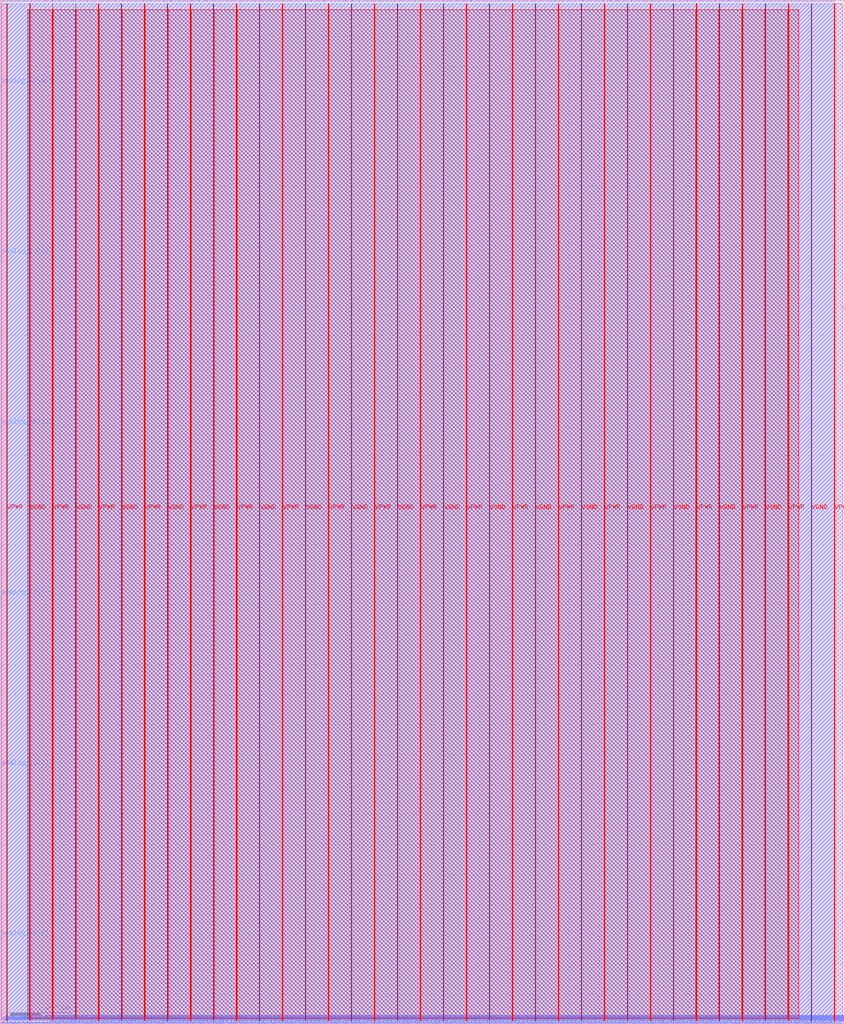
<source format=lef>
VERSION 5.7 ;
  NOWIREEXTENSIONATPIN ON ;
  DIVIDERCHAR "/" ;
  BUSBITCHARS "[]" ;
MACRO user_proj_example
  CLASS BLOCK ;
  FOREIGN user_proj_example ;
  ORIGIN 0.000 0.000 ;
  SIZE 2820.000 BY 3420.000 ;
  PIN analog_io[0]
    DIRECTION INOUT ;
    USE SIGNAL ;
    PORT
      LAYER met3 ;
        RECT 0.000 284.960 4.000 285.560 ;
    END
  END analog_io[0]
  PIN analog_io[10]
    DIRECTION INOUT ;
    USE SIGNAL ;
    PORT
      LAYER met3 ;
        RECT 0.000 1424.640 4.000 1425.240 ;
    END
  END analog_io[10]
  PIN analog_io[11]
    DIRECTION INOUT ;
    USE SIGNAL ;
    PORT
      LAYER met3 ;
        RECT 0.000 1994.480 4.000 1995.080 ;
    END
  END analog_io[11]
  PIN analog_io[12]
    DIRECTION INOUT ;
    USE SIGNAL ;
    PORT
      LAYER met3 ;
        RECT 0.000 2564.320 4.000 2564.920 ;
    END
  END analog_io[12]
  PIN analog_io[13]
    DIRECTION INOUT ;
    USE SIGNAL ;
    PORT
      LAYER met2 ;
        RECT 2738.010 3416.000 2738.290 3420.000 ;
    END
  END analog_io[13]
  PIN analog_io[14]
    DIRECTION INOUT ;
    USE SIGNAL ;
    PORT
      LAYER met2 ;
        RECT 2761.470 3416.000 2761.750 3420.000 ;
    END
  END analog_io[14]
  PIN analog_io[15]
    DIRECTION INOUT ;
    USE SIGNAL ;
    PORT
      LAYER met2 ;
        RECT 2772.050 0.000 2772.330 4.000 ;
    END
  END analog_io[15]
  PIN analog_io[16]
    DIRECTION INOUT ;
    USE SIGNAL ;
    PORT
      LAYER met2 ;
        RECT 2784.470 3416.000 2784.750 3420.000 ;
    END
  END analog_io[16]
  PIN analog_io[17]
    DIRECTION INOUT ;
    USE SIGNAL ;
    PORT
      LAYER met2 ;
        RECT 2777.570 0.000 2777.850 4.000 ;
    END
  END analog_io[17]
  PIN analog_io[18]
    DIRECTION INOUT ;
    USE SIGNAL ;
    PORT
      LAYER met2 ;
        RECT 2783.090 0.000 2783.370 4.000 ;
    END
  END analog_io[18]
  PIN analog_io[19]
    DIRECTION INOUT ;
    USE SIGNAL ;
    PORT
      LAYER met3 ;
        RECT 2816.000 1024.800 2820.000 1025.400 ;
    END
  END analog_io[19]
  PIN analog_io[1]
    DIRECTION INOUT ;
    USE SIGNAL ;
    PORT
      LAYER met3 ;
        RECT 0.000 854.800 4.000 855.400 ;
    END
  END analog_io[1]
  PIN analog_io[20]
    DIRECTION INOUT ;
    USE SIGNAL ;
    PORT
      LAYER met2 ;
        RECT 2789.070 0.000 2789.350 4.000 ;
    END
  END analog_io[20]
  PIN analog_io[21]
    DIRECTION INOUT ;
    USE SIGNAL ;
    PORT
      LAYER met2 ;
        RECT 2794.590 0.000 2794.870 4.000 ;
    END
  END analog_io[21]
  PIN analog_io[22]
    DIRECTION INOUT ;
    USE SIGNAL ;
    PORT
      LAYER met2 ;
        RECT 2800.110 0.000 2800.390 4.000 ;
    END
  END analog_io[22]
  PIN analog_io[23]
    DIRECTION INOUT ;
    USE SIGNAL ;
    PORT
      LAYER met2 ;
        RECT 2807.930 3416.000 2808.210 3420.000 ;
    END
  END analog_io[23]
  PIN analog_io[24]
    DIRECTION INOUT ;
    USE SIGNAL ;
    PORT
      LAYER met3 ;
        RECT 2816.000 1708.880 2820.000 1709.480 ;
    END
  END analog_io[24]
  PIN analog_io[25]
    DIRECTION INOUT ;
    USE SIGNAL ;
    PORT
      LAYER met2 ;
        RECT 2805.630 0.000 2805.910 4.000 ;
    END
  END analog_io[25]
  PIN analog_io[26]
    DIRECTION INOUT ;
    USE SIGNAL ;
    PORT
      LAYER met3 ;
        RECT 0.000 3134.160 4.000 3134.760 ;
    END
  END analog_io[26]
  PIN analog_io[27]
    DIRECTION INOUT ;
    USE SIGNAL ;
    PORT
      LAYER met3 ;
        RECT 2816.000 2392.960 2820.000 2393.560 ;
    END
  END analog_io[27]
  PIN analog_io[28]
    DIRECTION INOUT ;
    USE SIGNAL ;
    PORT
      LAYER met2 ;
        RECT 2811.150 0.000 2811.430 4.000 ;
    END
  END analog_io[28]
  PIN analog_io[29]
    DIRECTION INOUT ;
    USE SIGNAL ;
    PORT
      LAYER met3 ;
        RECT 2816.000 3077.040 2820.000 3077.640 ;
    END
  END analog_io[29]
  PIN analog_io[2]
    DIRECTION INOUT ;
    USE SIGNAL ;
    PORT
      LAYER met2 ;
        RECT 2749.510 0.000 2749.790 4.000 ;
    END
  END analog_io[2]
  PIN analog_io[30]
    DIRECTION INOUT ;
    USE SIGNAL ;
    PORT
      LAYER met2 ;
        RECT 2816.670 0.000 2816.950 4.000 ;
    END
  END analog_io[30]
  PIN analog_io[3]
    DIRECTION INOUT ;
    USE SIGNAL ;
    PORT
      LAYER met2 ;
        RECT 2668.090 3416.000 2668.370 3420.000 ;
    END
  END analog_io[3]
  PIN analog_io[4]
    DIRECTION INOUT ;
    USE SIGNAL ;
    PORT
      LAYER met2 ;
        RECT 2691.550 3416.000 2691.830 3420.000 ;
    END
  END analog_io[4]
  PIN analog_io[5]
    DIRECTION INOUT ;
    USE SIGNAL ;
    PORT
      LAYER met3 ;
        RECT 2816.000 341.400 2820.000 342.000 ;
    END
  END analog_io[5]
  PIN analog_io[6]
    DIRECTION INOUT ;
    USE SIGNAL ;
    PORT
      LAYER met2 ;
        RECT 2755.490 0.000 2755.770 4.000 ;
    END
  END analog_io[6]
  PIN analog_io[7]
    DIRECTION INOUT ;
    USE SIGNAL ;
    PORT
      LAYER met2 ;
        RECT 2761.010 0.000 2761.290 4.000 ;
    END
  END analog_io[7]
  PIN analog_io[8]
    DIRECTION INOUT ;
    USE SIGNAL ;
    PORT
      LAYER met2 ;
        RECT 2766.530 0.000 2766.810 4.000 ;
    END
  END analog_io[8]
  PIN analog_io[9]
    DIRECTION INOUT ;
    USE SIGNAL ;
    PORT
      LAYER met2 ;
        RECT 2714.550 3416.000 2714.830 3420.000 ;
    END
  END analog_io[9]
  PIN io_in[0]
    DIRECTION INPUT ;
    USE SIGNAL ;
    PORT
      LAYER met2 ;
        RECT 11.590 3416.000 11.870 3420.000 ;
    END
  END io_in[0]
  PIN io_in[10]
    DIRECTION INPUT ;
    USE SIGNAL ;
    PORT
      LAYER met2 ;
        RECT 710.330 3416.000 710.610 3420.000 ;
    END
  END io_in[10]
  PIN io_in[11]
    DIRECTION INPUT ;
    USE SIGNAL ;
    PORT
      LAYER met2 ;
        RECT 780.250 3416.000 780.530 3420.000 ;
    END
  END io_in[11]
  PIN io_in[12]
    DIRECTION INPUT ;
    USE SIGNAL ;
    PORT
      LAYER met2 ;
        RECT 850.170 3416.000 850.450 3420.000 ;
    END
  END io_in[12]
  PIN io_in[13]
    DIRECTION INPUT ;
    USE SIGNAL ;
    PORT
      LAYER met2 ;
        RECT 920.090 3416.000 920.370 3420.000 ;
    END
  END io_in[13]
  PIN io_in[14]
    DIRECTION INPUT ;
    USE SIGNAL ;
    PORT
      LAYER met2 ;
        RECT 990.010 3416.000 990.290 3420.000 ;
    END
  END io_in[14]
  PIN io_in[15]
    DIRECTION INPUT ;
    USE SIGNAL ;
    PORT
      LAYER met2 ;
        RECT 1059.930 3416.000 1060.210 3420.000 ;
    END
  END io_in[15]
  PIN io_in[16]
    DIRECTION INPUT ;
    USE SIGNAL ;
    PORT
      LAYER met2 ;
        RECT 1129.850 3416.000 1130.130 3420.000 ;
    END
  END io_in[16]
  PIN io_in[17]
    DIRECTION INPUT ;
    USE SIGNAL ;
    PORT
      LAYER met2 ;
        RECT 1199.770 3416.000 1200.050 3420.000 ;
    END
  END io_in[17]
  PIN io_in[18]
    DIRECTION INPUT ;
    USE SIGNAL ;
    PORT
      LAYER met2 ;
        RECT 1269.690 3416.000 1269.970 3420.000 ;
    END
  END io_in[18]
  PIN io_in[19]
    DIRECTION INPUT ;
    USE SIGNAL ;
    PORT
      LAYER met2 ;
        RECT 1339.610 3416.000 1339.890 3420.000 ;
    END
  END io_in[19]
  PIN io_in[1]
    DIRECTION INPUT ;
    USE SIGNAL ;
    PORT
      LAYER met2 ;
        RECT 81.050 3416.000 81.330 3420.000 ;
    END
  END io_in[1]
  PIN io_in[20]
    DIRECTION INPUT ;
    USE SIGNAL ;
    PORT
      LAYER met2 ;
        RECT 1409.530 3416.000 1409.810 3420.000 ;
    END
  END io_in[20]
  PIN io_in[21]
    DIRECTION INPUT ;
    USE SIGNAL ;
    PORT
      LAYER met2 ;
        RECT 1479.450 3416.000 1479.730 3420.000 ;
    END
  END io_in[21]
  PIN io_in[22]
    DIRECTION INPUT ;
    USE SIGNAL ;
    PORT
      LAYER met2 ;
        RECT 1549.370 3416.000 1549.650 3420.000 ;
    END
  END io_in[22]
  PIN io_in[23]
    DIRECTION INPUT ;
    USE SIGNAL ;
    PORT
      LAYER met2 ;
        RECT 1619.290 3416.000 1619.570 3420.000 ;
    END
  END io_in[23]
  PIN io_in[24]
    DIRECTION INPUT ;
    USE SIGNAL ;
    PORT
      LAYER met2 ;
        RECT 1689.210 3416.000 1689.490 3420.000 ;
    END
  END io_in[24]
  PIN io_in[25]
    DIRECTION INPUT ;
    USE SIGNAL ;
    PORT
      LAYER met2 ;
        RECT 1759.130 3416.000 1759.410 3420.000 ;
    END
  END io_in[25]
  PIN io_in[26]
    DIRECTION INPUT ;
    USE SIGNAL ;
    PORT
      LAYER met2 ;
        RECT 1829.050 3416.000 1829.330 3420.000 ;
    END
  END io_in[26]
  PIN io_in[27]
    DIRECTION INPUT ;
    USE SIGNAL ;
    PORT
      LAYER met2 ;
        RECT 1898.970 3416.000 1899.250 3420.000 ;
    END
  END io_in[27]
  PIN io_in[28]
    DIRECTION INPUT ;
    USE SIGNAL ;
    PORT
      LAYER met2 ;
        RECT 1968.890 3416.000 1969.170 3420.000 ;
    END
  END io_in[28]
  PIN io_in[29]
    DIRECTION INPUT ;
    USE SIGNAL ;
    PORT
      LAYER met2 ;
        RECT 2038.810 3416.000 2039.090 3420.000 ;
    END
  END io_in[29]
  PIN io_in[2]
    DIRECTION INPUT ;
    USE SIGNAL ;
    PORT
      LAYER met2 ;
        RECT 150.970 3416.000 151.250 3420.000 ;
    END
  END io_in[2]
  PIN io_in[30]
    DIRECTION INPUT ;
    USE SIGNAL ;
    PORT
      LAYER met2 ;
        RECT 2108.730 3416.000 2109.010 3420.000 ;
    END
  END io_in[30]
  PIN io_in[31]
    DIRECTION INPUT ;
    USE SIGNAL ;
    PORT
      LAYER met2 ;
        RECT 2178.650 3416.000 2178.930 3420.000 ;
    END
  END io_in[31]
  PIN io_in[32]
    DIRECTION INPUT ;
    USE SIGNAL ;
    PORT
      LAYER met2 ;
        RECT 2248.570 3416.000 2248.850 3420.000 ;
    END
  END io_in[32]
  PIN io_in[33]
    DIRECTION INPUT ;
    USE SIGNAL ;
    PORT
      LAYER met2 ;
        RECT 2318.490 3416.000 2318.770 3420.000 ;
    END
  END io_in[33]
  PIN io_in[34]
    DIRECTION INPUT ;
    USE SIGNAL ;
    PORT
      LAYER met2 ;
        RECT 2388.410 3416.000 2388.690 3420.000 ;
    END
  END io_in[34]
  PIN io_in[35]
    DIRECTION INPUT ;
    USE SIGNAL ;
    PORT
      LAYER met2 ;
        RECT 2458.330 3416.000 2458.610 3420.000 ;
    END
  END io_in[35]
  PIN io_in[36]
    DIRECTION INPUT ;
    USE SIGNAL ;
    PORT
      LAYER met2 ;
        RECT 2528.250 3416.000 2528.530 3420.000 ;
    END
  END io_in[36]
  PIN io_in[37]
    DIRECTION INPUT ;
    USE SIGNAL ;
    PORT
      LAYER met2 ;
        RECT 2598.170 3416.000 2598.450 3420.000 ;
    END
  END io_in[37]
  PIN io_in[3]
    DIRECTION INPUT ;
    USE SIGNAL ;
    PORT
      LAYER met2 ;
        RECT 220.890 3416.000 221.170 3420.000 ;
    END
  END io_in[3]
  PIN io_in[4]
    DIRECTION INPUT ;
    USE SIGNAL ;
    PORT
      LAYER met2 ;
        RECT 290.810 3416.000 291.090 3420.000 ;
    END
  END io_in[4]
  PIN io_in[5]
    DIRECTION INPUT ;
    USE SIGNAL ;
    PORT
      LAYER met2 ;
        RECT 360.730 3416.000 361.010 3420.000 ;
    END
  END io_in[5]
  PIN io_in[6]
    DIRECTION INPUT ;
    USE SIGNAL ;
    PORT
      LAYER met2 ;
        RECT 430.650 3416.000 430.930 3420.000 ;
    END
  END io_in[6]
  PIN io_in[7]
    DIRECTION INPUT ;
    USE SIGNAL ;
    PORT
      LAYER met2 ;
        RECT 500.570 3416.000 500.850 3420.000 ;
    END
  END io_in[7]
  PIN io_in[8]
    DIRECTION INPUT ;
    USE SIGNAL ;
    PORT
      LAYER met2 ;
        RECT 570.490 3416.000 570.770 3420.000 ;
    END
  END io_in[8]
  PIN io_in[9]
    DIRECTION INPUT ;
    USE SIGNAL ;
    PORT
      LAYER met2 ;
        RECT 640.410 3416.000 640.690 3420.000 ;
    END
  END io_in[9]
  PIN io_oeb[0]
    DIRECTION OUTPUT TRISTATE ;
    USE SIGNAL ;
    PORT
      LAYER met2 ;
        RECT 34.590 3416.000 34.870 3420.000 ;
    END
  END io_oeb[0]
  PIN io_oeb[10]
    DIRECTION OUTPUT TRISTATE ;
    USE SIGNAL ;
    PORT
      LAYER met2 ;
        RECT 733.790 3416.000 734.070 3420.000 ;
    END
  END io_oeb[10]
  PIN io_oeb[11]
    DIRECTION OUTPUT TRISTATE ;
    USE SIGNAL ;
    PORT
      LAYER met2 ;
        RECT 803.710 3416.000 803.990 3420.000 ;
    END
  END io_oeb[11]
  PIN io_oeb[12]
    DIRECTION OUTPUT TRISTATE ;
    USE SIGNAL ;
    PORT
      LAYER met2 ;
        RECT 873.630 3416.000 873.910 3420.000 ;
    END
  END io_oeb[12]
  PIN io_oeb[13]
    DIRECTION OUTPUT TRISTATE ;
    USE SIGNAL ;
    PORT
      LAYER met2 ;
        RECT 943.550 3416.000 943.830 3420.000 ;
    END
  END io_oeb[13]
  PIN io_oeb[14]
    DIRECTION OUTPUT TRISTATE ;
    USE SIGNAL ;
    PORT
      LAYER met2 ;
        RECT 1013.470 3416.000 1013.750 3420.000 ;
    END
  END io_oeb[14]
  PIN io_oeb[15]
    DIRECTION OUTPUT TRISTATE ;
    USE SIGNAL ;
    PORT
      LAYER met2 ;
        RECT 1083.390 3416.000 1083.670 3420.000 ;
    END
  END io_oeb[15]
  PIN io_oeb[16]
    DIRECTION OUTPUT TRISTATE ;
    USE SIGNAL ;
    PORT
      LAYER met2 ;
        RECT 1153.310 3416.000 1153.590 3420.000 ;
    END
  END io_oeb[16]
  PIN io_oeb[17]
    DIRECTION OUTPUT TRISTATE ;
    USE SIGNAL ;
    PORT
      LAYER met2 ;
        RECT 1223.230 3416.000 1223.510 3420.000 ;
    END
  END io_oeb[17]
  PIN io_oeb[18]
    DIRECTION OUTPUT TRISTATE ;
    USE SIGNAL ;
    PORT
      LAYER met2 ;
        RECT 1293.150 3416.000 1293.430 3420.000 ;
    END
  END io_oeb[18]
  PIN io_oeb[19]
    DIRECTION OUTPUT TRISTATE ;
    USE SIGNAL ;
    PORT
      LAYER met2 ;
        RECT 1363.070 3416.000 1363.350 3420.000 ;
    END
  END io_oeb[19]
  PIN io_oeb[1]
    DIRECTION OUTPUT TRISTATE ;
    USE SIGNAL ;
    PORT
      LAYER met2 ;
        RECT 104.510 3416.000 104.790 3420.000 ;
    END
  END io_oeb[1]
  PIN io_oeb[20]
    DIRECTION OUTPUT TRISTATE ;
    USE SIGNAL ;
    PORT
      LAYER met2 ;
        RECT 1432.990 3416.000 1433.270 3420.000 ;
    END
  END io_oeb[20]
  PIN io_oeb[21]
    DIRECTION OUTPUT TRISTATE ;
    USE SIGNAL ;
    PORT
      LAYER met2 ;
        RECT 1502.910 3416.000 1503.190 3420.000 ;
    END
  END io_oeb[21]
  PIN io_oeb[22]
    DIRECTION OUTPUT TRISTATE ;
    USE SIGNAL ;
    PORT
      LAYER met2 ;
        RECT 1572.830 3416.000 1573.110 3420.000 ;
    END
  END io_oeb[22]
  PIN io_oeb[23]
    DIRECTION OUTPUT TRISTATE ;
    USE SIGNAL ;
    PORT
      LAYER met2 ;
        RECT 1642.750 3416.000 1643.030 3420.000 ;
    END
  END io_oeb[23]
  PIN io_oeb[24]
    DIRECTION OUTPUT TRISTATE ;
    USE SIGNAL ;
    PORT
      LAYER met2 ;
        RECT 1712.670 3416.000 1712.950 3420.000 ;
    END
  END io_oeb[24]
  PIN io_oeb[25]
    DIRECTION OUTPUT TRISTATE ;
    USE SIGNAL ;
    PORT
      LAYER met2 ;
        RECT 1782.590 3416.000 1782.870 3420.000 ;
    END
  END io_oeb[25]
  PIN io_oeb[26]
    DIRECTION OUTPUT TRISTATE ;
    USE SIGNAL ;
    PORT
      LAYER met2 ;
        RECT 1852.510 3416.000 1852.790 3420.000 ;
    END
  END io_oeb[26]
  PIN io_oeb[27]
    DIRECTION OUTPUT TRISTATE ;
    USE SIGNAL ;
    PORT
      LAYER met2 ;
        RECT 1922.430 3416.000 1922.710 3420.000 ;
    END
  END io_oeb[27]
  PIN io_oeb[28]
    DIRECTION OUTPUT TRISTATE ;
    USE SIGNAL ;
    PORT
      LAYER met2 ;
        RECT 1992.350 3416.000 1992.630 3420.000 ;
    END
  END io_oeb[28]
  PIN io_oeb[29]
    DIRECTION OUTPUT TRISTATE ;
    USE SIGNAL ;
    PORT
      LAYER met2 ;
        RECT 2062.270 3416.000 2062.550 3420.000 ;
    END
  END io_oeb[29]
  PIN io_oeb[2]
    DIRECTION OUTPUT TRISTATE ;
    USE SIGNAL ;
    PORT
      LAYER met2 ;
        RECT 174.430 3416.000 174.710 3420.000 ;
    END
  END io_oeb[2]
  PIN io_oeb[30]
    DIRECTION OUTPUT TRISTATE ;
    USE SIGNAL ;
    PORT
      LAYER met2 ;
        RECT 2132.190 3416.000 2132.470 3420.000 ;
    END
  END io_oeb[30]
  PIN io_oeb[31]
    DIRECTION OUTPUT TRISTATE ;
    USE SIGNAL ;
    PORT
      LAYER met2 ;
        RECT 2202.110 3416.000 2202.390 3420.000 ;
    END
  END io_oeb[31]
  PIN io_oeb[32]
    DIRECTION OUTPUT TRISTATE ;
    USE SIGNAL ;
    PORT
      LAYER met2 ;
        RECT 2272.030 3416.000 2272.310 3420.000 ;
    END
  END io_oeb[32]
  PIN io_oeb[33]
    DIRECTION OUTPUT TRISTATE ;
    USE SIGNAL ;
    PORT
      LAYER met2 ;
        RECT 2341.950 3416.000 2342.230 3420.000 ;
    END
  END io_oeb[33]
  PIN io_oeb[34]
    DIRECTION OUTPUT TRISTATE ;
    USE SIGNAL ;
    PORT
      LAYER met2 ;
        RECT 2411.870 3416.000 2412.150 3420.000 ;
    END
  END io_oeb[34]
  PIN io_oeb[35]
    DIRECTION OUTPUT TRISTATE ;
    USE SIGNAL ;
    PORT
      LAYER met2 ;
        RECT 2481.790 3416.000 2482.070 3420.000 ;
    END
  END io_oeb[35]
  PIN io_oeb[36]
    DIRECTION OUTPUT TRISTATE ;
    USE SIGNAL ;
    PORT
      LAYER met2 ;
        RECT 2551.710 3416.000 2551.990 3420.000 ;
    END
  END io_oeb[36]
  PIN io_oeb[37]
    DIRECTION OUTPUT TRISTATE ;
    USE SIGNAL ;
    PORT
      LAYER met2 ;
        RECT 2621.630 3416.000 2621.910 3420.000 ;
    END
  END io_oeb[37]
  PIN io_oeb[3]
    DIRECTION OUTPUT TRISTATE ;
    USE SIGNAL ;
    PORT
      LAYER met2 ;
        RECT 244.350 3416.000 244.630 3420.000 ;
    END
  END io_oeb[3]
  PIN io_oeb[4]
    DIRECTION OUTPUT TRISTATE ;
    USE SIGNAL ;
    PORT
      LAYER met2 ;
        RECT 314.270 3416.000 314.550 3420.000 ;
    END
  END io_oeb[4]
  PIN io_oeb[5]
    DIRECTION OUTPUT TRISTATE ;
    USE SIGNAL ;
    PORT
      LAYER met2 ;
        RECT 384.190 3416.000 384.470 3420.000 ;
    END
  END io_oeb[5]
  PIN io_oeb[6]
    DIRECTION OUTPUT TRISTATE ;
    USE SIGNAL ;
    PORT
      LAYER met2 ;
        RECT 454.110 3416.000 454.390 3420.000 ;
    END
  END io_oeb[6]
  PIN io_oeb[7]
    DIRECTION OUTPUT TRISTATE ;
    USE SIGNAL ;
    PORT
      LAYER met2 ;
        RECT 524.030 3416.000 524.310 3420.000 ;
    END
  END io_oeb[7]
  PIN io_oeb[8]
    DIRECTION OUTPUT TRISTATE ;
    USE SIGNAL ;
    PORT
      LAYER met2 ;
        RECT 593.950 3416.000 594.230 3420.000 ;
    END
  END io_oeb[8]
  PIN io_oeb[9]
    DIRECTION OUTPUT TRISTATE ;
    USE SIGNAL ;
    PORT
      LAYER met2 ;
        RECT 663.870 3416.000 664.150 3420.000 ;
    END
  END io_oeb[9]
  PIN io_out[0]
    DIRECTION OUTPUT TRISTATE ;
    USE SIGNAL ;
    PORT
      LAYER met2 ;
        RECT 58.050 3416.000 58.330 3420.000 ;
    END
  END io_out[0]
  PIN io_out[10]
    DIRECTION OUTPUT TRISTATE ;
    USE SIGNAL ;
    PORT
      LAYER met2 ;
        RECT 757.250 3416.000 757.530 3420.000 ;
    END
  END io_out[10]
  PIN io_out[11]
    DIRECTION OUTPUT TRISTATE ;
    USE SIGNAL ;
    PORT
      LAYER met2 ;
        RECT 827.170 3416.000 827.450 3420.000 ;
    END
  END io_out[11]
  PIN io_out[12]
    DIRECTION OUTPUT TRISTATE ;
    USE SIGNAL ;
    PORT
      LAYER met2 ;
        RECT 897.090 3416.000 897.370 3420.000 ;
    END
  END io_out[12]
  PIN io_out[13]
    DIRECTION OUTPUT TRISTATE ;
    USE SIGNAL ;
    PORT
      LAYER met2 ;
        RECT 967.010 3416.000 967.290 3420.000 ;
    END
  END io_out[13]
  PIN io_out[14]
    DIRECTION OUTPUT TRISTATE ;
    USE SIGNAL ;
    PORT
      LAYER met2 ;
        RECT 1036.930 3416.000 1037.210 3420.000 ;
    END
  END io_out[14]
  PIN io_out[15]
    DIRECTION OUTPUT TRISTATE ;
    USE SIGNAL ;
    PORT
      LAYER met2 ;
        RECT 1106.850 3416.000 1107.130 3420.000 ;
    END
  END io_out[15]
  PIN io_out[16]
    DIRECTION OUTPUT TRISTATE ;
    USE SIGNAL ;
    PORT
      LAYER met2 ;
        RECT 1176.770 3416.000 1177.050 3420.000 ;
    END
  END io_out[16]
  PIN io_out[17]
    DIRECTION OUTPUT TRISTATE ;
    USE SIGNAL ;
    PORT
      LAYER met2 ;
        RECT 1246.690 3416.000 1246.970 3420.000 ;
    END
  END io_out[17]
  PIN io_out[18]
    DIRECTION OUTPUT TRISTATE ;
    USE SIGNAL ;
    PORT
      LAYER met2 ;
        RECT 1316.610 3416.000 1316.890 3420.000 ;
    END
  END io_out[18]
  PIN io_out[19]
    DIRECTION OUTPUT TRISTATE ;
    USE SIGNAL ;
    PORT
      LAYER met2 ;
        RECT 1386.530 3416.000 1386.810 3420.000 ;
    END
  END io_out[19]
  PIN io_out[1]
    DIRECTION OUTPUT TRISTATE ;
    USE SIGNAL ;
    PORT
      LAYER met2 ;
        RECT 127.970 3416.000 128.250 3420.000 ;
    END
  END io_out[1]
  PIN io_out[20]
    DIRECTION OUTPUT TRISTATE ;
    USE SIGNAL ;
    PORT
      LAYER met2 ;
        RECT 1455.990 3416.000 1456.270 3420.000 ;
    END
  END io_out[20]
  PIN io_out[21]
    DIRECTION OUTPUT TRISTATE ;
    USE SIGNAL ;
    PORT
      LAYER met2 ;
        RECT 1525.910 3416.000 1526.190 3420.000 ;
    END
  END io_out[21]
  PIN io_out[22]
    DIRECTION OUTPUT TRISTATE ;
    USE SIGNAL ;
    PORT
      LAYER met2 ;
        RECT 1595.830 3416.000 1596.110 3420.000 ;
    END
  END io_out[22]
  PIN io_out[23]
    DIRECTION OUTPUT TRISTATE ;
    USE SIGNAL ;
    PORT
      LAYER met2 ;
        RECT 1665.750 3416.000 1666.030 3420.000 ;
    END
  END io_out[23]
  PIN io_out[24]
    DIRECTION OUTPUT TRISTATE ;
    USE SIGNAL ;
    PORT
      LAYER met2 ;
        RECT 1735.670 3416.000 1735.950 3420.000 ;
    END
  END io_out[24]
  PIN io_out[25]
    DIRECTION OUTPUT TRISTATE ;
    USE SIGNAL ;
    PORT
      LAYER met2 ;
        RECT 1805.590 3416.000 1805.870 3420.000 ;
    END
  END io_out[25]
  PIN io_out[26]
    DIRECTION OUTPUT TRISTATE ;
    USE SIGNAL ;
    PORT
      LAYER met2 ;
        RECT 1875.510 3416.000 1875.790 3420.000 ;
    END
  END io_out[26]
  PIN io_out[27]
    DIRECTION OUTPUT TRISTATE ;
    USE SIGNAL ;
    PORT
      LAYER met2 ;
        RECT 1945.430 3416.000 1945.710 3420.000 ;
    END
  END io_out[27]
  PIN io_out[28]
    DIRECTION OUTPUT TRISTATE ;
    USE SIGNAL ;
    PORT
      LAYER met2 ;
        RECT 2015.350 3416.000 2015.630 3420.000 ;
    END
  END io_out[28]
  PIN io_out[29]
    DIRECTION OUTPUT TRISTATE ;
    USE SIGNAL ;
    PORT
      LAYER met2 ;
        RECT 2085.270 3416.000 2085.550 3420.000 ;
    END
  END io_out[29]
  PIN io_out[2]
    DIRECTION OUTPUT TRISTATE ;
    USE SIGNAL ;
    PORT
      LAYER met2 ;
        RECT 197.890 3416.000 198.170 3420.000 ;
    END
  END io_out[2]
  PIN io_out[30]
    DIRECTION OUTPUT TRISTATE ;
    USE SIGNAL ;
    PORT
      LAYER met2 ;
        RECT 2155.190 3416.000 2155.470 3420.000 ;
    END
  END io_out[30]
  PIN io_out[31]
    DIRECTION OUTPUT TRISTATE ;
    USE SIGNAL ;
    PORT
      LAYER met2 ;
        RECT 2225.110 3416.000 2225.390 3420.000 ;
    END
  END io_out[31]
  PIN io_out[32]
    DIRECTION OUTPUT TRISTATE ;
    USE SIGNAL ;
    PORT
      LAYER met2 ;
        RECT 2295.030 3416.000 2295.310 3420.000 ;
    END
  END io_out[32]
  PIN io_out[33]
    DIRECTION OUTPUT TRISTATE ;
    USE SIGNAL ;
    PORT
      LAYER met2 ;
        RECT 2364.950 3416.000 2365.230 3420.000 ;
    END
  END io_out[33]
  PIN io_out[34]
    DIRECTION OUTPUT TRISTATE ;
    USE SIGNAL ;
    PORT
      LAYER met2 ;
        RECT 2434.870 3416.000 2435.150 3420.000 ;
    END
  END io_out[34]
  PIN io_out[35]
    DIRECTION OUTPUT TRISTATE ;
    USE SIGNAL ;
    PORT
      LAYER met2 ;
        RECT 2504.790 3416.000 2505.070 3420.000 ;
    END
  END io_out[35]
  PIN io_out[36]
    DIRECTION OUTPUT TRISTATE ;
    USE SIGNAL ;
    PORT
      LAYER met2 ;
        RECT 2574.710 3416.000 2574.990 3420.000 ;
    END
  END io_out[36]
  PIN io_out[37]
    DIRECTION OUTPUT TRISTATE ;
    USE SIGNAL ;
    PORT
      LAYER met2 ;
        RECT 2644.630 3416.000 2644.910 3420.000 ;
    END
  END io_out[37]
  PIN io_out[3]
    DIRECTION OUTPUT TRISTATE ;
    USE SIGNAL ;
    PORT
      LAYER met2 ;
        RECT 267.810 3416.000 268.090 3420.000 ;
    END
  END io_out[3]
  PIN io_out[4]
    DIRECTION OUTPUT TRISTATE ;
    USE SIGNAL ;
    PORT
      LAYER met2 ;
        RECT 337.730 3416.000 338.010 3420.000 ;
    END
  END io_out[4]
  PIN io_out[5]
    DIRECTION OUTPUT TRISTATE ;
    USE SIGNAL ;
    PORT
      LAYER met2 ;
        RECT 407.650 3416.000 407.930 3420.000 ;
    END
  END io_out[5]
  PIN io_out[6]
    DIRECTION OUTPUT TRISTATE ;
    USE SIGNAL ;
    PORT
      LAYER met2 ;
        RECT 477.570 3416.000 477.850 3420.000 ;
    END
  END io_out[6]
  PIN io_out[7]
    DIRECTION OUTPUT TRISTATE ;
    USE SIGNAL ;
    PORT
      LAYER met2 ;
        RECT 547.490 3416.000 547.770 3420.000 ;
    END
  END io_out[7]
  PIN io_out[8]
    DIRECTION OUTPUT TRISTATE ;
    USE SIGNAL ;
    PORT
      LAYER met2 ;
        RECT 617.410 3416.000 617.690 3420.000 ;
    END
  END io_out[8]
  PIN io_out[9]
    DIRECTION OUTPUT TRISTATE ;
    USE SIGNAL ;
    PORT
      LAYER met2 ;
        RECT 687.330 3416.000 687.610 3420.000 ;
    END
  END io_out[9]
  PIN la_data_in[0]
    DIRECTION INPUT ;
    USE SIGNAL ;
    PORT
      LAYER met2 ;
        RECT 595.790 0.000 596.070 4.000 ;
    END
  END la_data_in[0]
  PIN la_data_in[100]
    DIRECTION INPUT ;
    USE SIGNAL ;
    PORT
      LAYER met2 ;
        RECT 2274.330 0.000 2274.610 4.000 ;
    END
  END la_data_in[100]
  PIN la_data_in[101]
    DIRECTION INPUT ;
    USE SIGNAL ;
    PORT
      LAYER met2 ;
        RECT 2290.890 0.000 2291.170 4.000 ;
    END
  END la_data_in[101]
  PIN la_data_in[102]
    DIRECTION INPUT ;
    USE SIGNAL ;
    PORT
      LAYER met2 ;
        RECT 2307.910 0.000 2308.190 4.000 ;
    END
  END la_data_in[102]
  PIN la_data_in[103]
    DIRECTION INPUT ;
    USE SIGNAL ;
    PORT
      LAYER met2 ;
        RECT 2324.470 0.000 2324.750 4.000 ;
    END
  END la_data_in[103]
  PIN la_data_in[104]
    DIRECTION INPUT ;
    USE SIGNAL ;
    PORT
      LAYER met2 ;
        RECT 2341.490 0.000 2341.770 4.000 ;
    END
  END la_data_in[104]
  PIN la_data_in[105]
    DIRECTION INPUT ;
    USE SIGNAL ;
    PORT
      LAYER met2 ;
        RECT 2358.050 0.000 2358.330 4.000 ;
    END
  END la_data_in[105]
  PIN la_data_in[106]
    DIRECTION INPUT ;
    USE SIGNAL ;
    PORT
      LAYER met2 ;
        RECT 2374.610 0.000 2374.890 4.000 ;
    END
  END la_data_in[106]
  PIN la_data_in[107]
    DIRECTION INPUT ;
    USE SIGNAL ;
    PORT
      LAYER met2 ;
        RECT 2391.630 0.000 2391.910 4.000 ;
    END
  END la_data_in[107]
  PIN la_data_in[108]
    DIRECTION INPUT ;
    USE SIGNAL ;
    PORT
      LAYER met2 ;
        RECT 2408.190 0.000 2408.470 4.000 ;
    END
  END la_data_in[108]
  PIN la_data_in[109]
    DIRECTION INPUT ;
    USE SIGNAL ;
    PORT
      LAYER met2 ;
        RECT 2425.210 0.000 2425.490 4.000 ;
    END
  END la_data_in[109]
  PIN la_data_in[10]
    DIRECTION INPUT ;
    USE SIGNAL ;
    PORT
      LAYER met2 ;
        RECT 763.690 0.000 763.970 4.000 ;
    END
  END la_data_in[10]
  PIN la_data_in[110]
    DIRECTION INPUT ;
    USE SIGNAL ;
    PORT
      LAYER met2 ;
        RECT 2441.770 0.000 2442.050 4.000 ;
    END
  END la_data_in[110]
  PIN la_data_in[111]
    DIRECTION INPUT ;
    USE SIGNAL ;
    PORT
      LAYER met2 ;
        RECT 2458.790 0.000 2459.070 4.000 ;
    END
  END la_data_in[111]
  PIN la_data_in[112]
    DIRECTION INPUT ;
    USE SIGNAL ;
    PORT
      LAYER met2 ;
        RECT 2475.350 0.000 2475.630 4.000 ;
    END
  END la_data_in[112]
  PIN la_data_in[113]
    DIRECTION INPUT ;
    USE SIGNAL ;
    PORT
      LAYER met2 ;
        RECT 2492.370 0.000 2492.650 4.000 ;
    END
  END la_data_in[113]
  PIN la_data_in[114]
    DIRECTION INPUT ;
    USE SIGNAL ;
    PORT
      LAYER met2 ;
        RECT 2508.930 0.000 2509.210 4.000 ;
    END
  END la_data_in[114]
  PIN la_data_in[115]
    DIRECTION INPUT ;
    USE SIGNAL ;
    PORT
      LAYER met2 ;
        RECT 2525.950 0.000 2526.230 4.000 ;
    END
  END la_data_in[115]
  PIN la_data_in[116]
    DIRECTION INPUT ;
    USE SIGNAL ;
    PORT
      LAYER met2 ;
        RECT 2542.510 0.000 2542.790 4.000 ;
    END
  END la_data_in[116]
  PIN la_data_in[117]
    DIRECTION INPUT ;
    USE SIGNAL ;
    PORT
      LAYER met2 ;
        RECT 2559.530 0.000 2559.810 4.000 ;
    END
  END la_data_in[117]
  PIN la_data_in[118]
    DIRECTION INPUT ;
    USE SIGNAL ;
    PORT
      LAYER met2 ;
        RECT 2576.090 0.000 2576.370 4.000 ;
    END
  END la_data_in[118]
  PIN la_data_in[119]
    DIRECTION INPUT ;
    USE SIGNAL ;
    PORT
      LAYER met2 ;
        RECT 2593.110 0.000 2593.390 4.000 ;
    END
  END la_data_in[119]
  PIN la_data_in[11]
    DIRECTION INPUT ;
    USE SIGNAL ;
    PORT
      LAYER met2 ;
        RECT 780.250 0.000 780.530 4.000 ;
    END
  END la_data_in[11]
  PIN la_data_in[120]
    DIRECTION INPUT ;
    USE SIGNAL ;
    PORT
      LAYER met2 ;
        RECT 2609.670 0.000 2609.950 4.000 ;
    END
  END la_data_in[120]
  PIN la_data_in[121]
    DIRECTION INPUT ;
    USE SIGNAL ;
    PORT
      LAYER met2 ;
        RECT 2626.690 0.000 2626.970 4.000 ;
    END
  END la_data_in[121]
  PIN la_data_in[122]
    DIRECTION INPUT ;
    USE SIGNAL ;
    PORT
      LAYER met2 ;
        RECT 2643.250 0.000 2643.530 4.000 ;
    END
  END la_data_in[122]
  PIN la_data_in[123]
    DIRECTION INPUT ;
    USE SIGNAL ;
    PORT
      LAYER met2 ;
        RECT 2660.270 0.000 2660.550 4.000 ;
    END
  END la_data_in[123]
  PIN la_data_in[124]
    DIRECTION INPUT ;
    USE SIGNAL ;
    PORT
      LAYER met2 ;
        RECT 2676.830 0.000 2677.110 4.000 ;
    END
  END la_data_in[124]
  PIN la_data_in[125]
    DIRECTION INPUT ;
    USE SIGNAL ;
    PORT
      LAYER met2 ;
        RECT 2693.850 0.000 2694.130 4.000 ;
    END
  END la_data_in[125]
  PIN la_data_in[126]
    DIRECTION INPUT ;
    USE SIGNAL ;
    PORT
      LAYER met2 ;
        RECT 2710.410 0.000 2710.690 4.000 ;
    END
  END la_data_in[126]
  PIN la_data_in[127]
    DIRECTION INPUT ;
    USE SIGNAL ;
    PORT
      LAYER met2 ;
        RECT 2727.430 0.000 2727.710 4.000 ;
    END
  END la_data_in[127]
  PIN la_data_in[12]
    DIRECTION INPUT ;
    USE SIGNAL ;
    PORT
      LAYER met2 ;
        RECT 797.270 0.000 797.550 4.000 ;
    END
  END la_data_in[12]
  PIN la_data_in[13]
    DIRECTION INPUT ;
    USE SIGNAL ;
    PORT
      LAYER met2 ;
        RECT 813.830 0.000 814.110 4.000 ;
    END
  END la_data_in[13]
  PIN la_data_in[14]
    DIRECTION INPUT ;
    USE SIGNAL ;
    PORT
      LAYER met2 ;
        RECT 830.850 0.000 831.130 4.000 ;
    END
  END la_data_in[14]
  PIN la_data_in[15]
    DIRECTION INPUT ;
    USE SIGNAL ;
    PORT
      LAYER met2 ;
        RECT 847.410 0.000 847.690 4.000 ;
    END
  END la_data_in[15]
  PIN la_data_in[16]
    DIRECTION INPUT ;
    USE SIGNAL ;
    PORT
      LAYER met2 ;
        RECT 864.430 0.000 864.710 4.000 ;
    END
  END la_data_in[16]
  PIN la_data_in[17]
    DIRECTION INPUT ;
    USE SIGNAL ;
    PORT
      LAYER met2 ;
        RECT 880.990 0.000 881.270 4.000 ;
    END
  END la_data_in[17]
  PIN la_data_in[18]
    DIRECTION INPUT ;
    USE SIGNAL ;
    PORT
      LAYER met2 ;
        RECT 898.010 0.000 898.290 4.000 ;
    END
  END la_data_in[18]
  PIN la_data_in[19]
    DIRECTION INPUT ;
    USE SIGNAL ;
    PORT
      LAYER met2 ;
        RECT 914.570 0.000 914.850 4.000 ;
    END
  END la_data_in[19]
  PIN la_data_in[1]
    DIRECTION INPUT ;
    USE SIGNAL ;
    PORT
      LAYER met2 ;
        RECT 612.350 0.000 612.630 4.000 ;
    END
  END la_data_in[1]
  PIN la_data_in[20]
    DIRECTION INPUT ;
    USE SIGNAL ;
    PORT
      LAYER met2 ;
        RECT 931.590 0.000 931.870 4.000 ;
    END
  END la_data_in[20]
  PIN la_data_in[21]
    DIRECTION INPUT ;
    USE SIGNAL ;
    PORT
      LAYER met2 ;
        RECT 948.150 0.000 948.430 4.000 ;
    END
  END la_data_in[21]
  PIN la_data_in[22]
    DIRECTION INPUT ;
    USE SIGNAL ;
    PORT
      LAYER met2 ;
        RECT 964.710 0.000 964.990 4.000 ;
    END
  END la_data_in[22]
  PIN la_data_in[23]
    DIRECTION INPUT ;
    USE SIGNAL ;
    PORT
      LAYER met2 ;
        RECT 981.730 0.000 982.010 4.000 ;
    END
  END la_data_in[23]
  PIN la_data_in[24]
    DIRECTION INPUT ;
    USE SIGNAL ;
    PORT
      LAYER met2 ;
        RECT 998.290 0.000 998.570 4.000 ;
    END
  END la_data_in[24]
  PIN la_data_in[25]
    DIRECTION INPUT ;
    USE SIGNAL ;
    PORT
      LAYER met2 ;
        RECT 1015.310 0.000 1015.590 4.000 ;
    END
  END la_data_in[25]
  PIN la_data_in[26]
    DIRECTION INPUT ;
    USE SIGNAL ;
    PORT
      LAYER met2 ;
        RECT 1031.870 0.000 1032.150 4.000 ;
    END
  END la_data_in[26]
  PIN la_data_in[27]
    DIRECTION INPUT ;
    USE SIGNAL ;
    PORT
      LAYER met2 ;
        RECT 1048.890 0.000 1049.170 4.000 ;
    END
  END la_data_in[27]
  PIN la_data_in[28]
    DIRECTION INPUT ;
    USE SIGNAL ;
    PORT
      LAYER met2 ;
        RECT 1065.450 0.000 1065.730 4.000 ;
    END
  END la_data_in[28]
  PIN la_data_in[29]
    DIRECTION INPUT ;
    USE SIGNAL ;
    PORT
      LAYER met2 ;
        RECT 1082.470 0.000 1082.750 4.000 ;
    END
  END la_data_in[29]
  PIN la_data_in[2]
    DIRECTION INPUT ;
    USE SIGNAL ;
    PORT
      LAYER met2 ;
        RECT 629.370 0.000 629.650 4.000 ;
    END
  END la_data_in[2]
  PIN la_data_in[30]
    DIRECTION INPUT ;
    USE SIGNAL ;
    PORT
      LAYER met2 ;
        RECT 1099.030 0.000 1099.310 4.000 ;
    END
  END la_data_in[30]
  PIN la_data_in[31]
    DIRECTION INPUT ;
    USE SIGNAL ;
    PORT
      LAYER met2 ;
        RECT 1116.050 0.000 1116.330 4.000 ;
    END
  END la_data_in[31]
  PIN la_data_in[32]
    DIRECTION INPUT ;
    USE SIGNAL ;
    PORT
      LAYER met2 ;
        RECT 1132.610 0.000 1132.890 4.000 ;
    END
  END la_data_in[32]
  PIN la_data_in[33]
    DIRECTION INPUT ;
    USE SIGNAL ;
    PORT
      LAYER met2 ;
        RECT 1149.630 0.000 1149.910 4.000 ;
    END
  END la_data_in[33]
  PIN la_data_in[34]
    DIRECTION INPUT ;
    USE SIGNAL ;
    PORT
      LAYER met2 ;
        RECT 1166.190 0.000 1166.470 4.000 ;
    END
  END la_data_in[34]
  PIN la_data_in[35]
    DIRECTION INPUT ;
    USE SIGNAL ;
    PORT
      LAYER met2 ;
        RECT 1183.210 0.000 1183.490 4.000 ;
    END
  END la_data_in[35]
  PIN la_data_in[36]
    DIRECTION INPUT ;
    USE SIGNAL ;
    PORT
      LAYER met2 ;
        RECT 1199.770 0.000 1200.050 4.000 ;
    END
  END la_data_in[36]
  PIN la_data_in[37]
    DIRECTION INPUT ;
    USE SIGNAL ;
    PORT
      LAYER met2 ;
        RECT 1216.790 0.000 1217.070 4.000 ;
    END
  END la_data_in[37]
  PIN la_data_in[38]
    DIRECTION INPUT ;
    USE SIGNAL ;
    PORT
      LAYER met2 ;
        RECT 1233.350 0.000 1233.630 4.000 ;
    END
  END la_data_in[38]
  PIN la_data_in[39]
    DIRECTION INPUT ;
    USE SIGNAL ;
    PORT
      LAYER met2 ;
        RECT 1250.370 0.000 1250.650 4.000 ;
    END
  END la_data_in[39]
  PIN la_data_in[3]
    DIRECTION INPUT ;
    USE SIGNAL ;
    PORT
      LAYER met2 ;
        RECT 645.930 0.000 646.210 4.000 ;
    END
  END la_data_in[3]
  PIN la_data_in[40]
    DIRECTION INPUT ;
    USE SIGNAL ;
    PORT
      LAYER met2 ;
        RECT 1266.930 0.000 1267.210 4.000 ;
    END
  END la_data_in[40]
  PIN la_data_in[41]
    DIRECTION INPUT ;
    USE SIGNAL ;
    PORT
      LAYER met2 ;
        RECT 1283.950 0.000 1284.230 4.000 ;
    END
  END la_data_in[41]
  PIN la_data_in[42]
    DIRECTION INPUT ;
    USE SIGNAL ;
    PORT
      LAYER met2 ;
        RECT 1300.510 0.000 1300.790 4.000 ;
    END
  END la_data_in[42]
  PIN la_data_in[43]
    DIRECTION INPUT ;
    USE SIGNAL ;
    PORT
      LAYER met2 ;
        RECT 1317.530 0.000 1317.810 4.000 ;
    END
  END la_data_in[43]
  PIN la_data_in[44]
    DIRECTION INPUT ;
    USE SIGNAL ;
    PORT
      LAYER met2 ;
        RECT 1334.090 0.000 1334.370 4.000 ;
    END
  END la_data_in[44]
  PIN la_data_in[45]
    DIRECTION INPUT ;
    USE SIGNAL ;
    PORT
      LAYER met2 ;
        RECT 1351.110 0.000 1351.390 4.000 ;
    END
  END la_data_in[45]
  PIN la_data_in[46]
    DIRECTION INPUT ;
    USE SIGNAL ;
    PORT
      LAYER met2 ;
        RECT 1367.670 0.000 1367.950 4.000 ;
    END
  END la_data_in[46]
  PIN la_data_in[47]
    DIRECTION INPUT ;
    USE SIGNAL ;
    PORT
      LAYER met2 ;
        RECT 1384.690 0.000 1384.970 4.000 ;
    END
  END la_data_in[47]
  PIN la_data_in[48]
    DIRECTION INPUT ;
    USE SIGNAL ;
    PORT
      LAYER met2 ;
        RECT 1401.250 0.000 1401.530 4.000 ;
    END
  END la_data_in[48]
  PIN la_data_in[49]
    DIRECTION INPUT ;
    USE SIGNAL ;
    PORT
      LAYER met2 ;
        RECT 1418.270 0.000 1418.550 4.000 ;
    END
  END la_data_in[49]
  PIN la_data_in[4]
    DIRECTION INPUT ;
    USE SIGNAL ;
    PORT
      LAYER met2 ;
        RECT 662.950 0.000 663.230 4.000 ;
    END
  END la_data_in[4]
  PIN la_data_in[50]
    DIRECTION INPUT ;
    USE SIGNAL ;
    PORT
      LAYER met2 ;
        RECT 1434.830 0.000 1435.110 4.000 ;
    END
  END la_data_in[50]
  PIN la_data_in[51]
    DIRECTION INPUT ;
    USE SIGNAL ;
    PORT
      LAYER met2 ;
        RECT 1451.850 0.000 1452.130 4.000 ;
    END
  END la_data_in[51]
  PIN la_data_in[52]
    DIRECTION INPUT ;
    USE SIGNAL ;
    PORT
      LAYER met2 ;
        RECT 1468.410 0.000 1468.690 4.000 ;
    END
  END la_data_in[52]
  PIN la_data_in[53]
    DIRECTION INPUT ;
    USE SIGNAL ;
    PORT
      LAYER met2 ;
        RECT 1485.430 0.000 1485.710 4.000 ;
    END
  END la_data_in[53]
  PIN la_data_in[54]
    DIRECTION INPUT ;
    USE SIGNAL ;
    PORT
      LAYER met2 ;
        RECT 1501.990 0.000 1502.270 4.000 ;
    END
  END la_data_in[54]
  PIN la_data_in[55]
    DIRECTION INPUT ;
    USE SIGNAL ;
    PORT
      LAYER met2 ;
        RECT 1519.010 0.000 1519.290 4.000 ;
    END
  END la_data_in[55]
  PIN la_data_in[56]
    DIRECTION INPUT ;
    USE SIGNAL ;
    PORT
      LAYER met2 ;
        RECT 1535.570 0.000 1535.850 4.000 ;
    END
  END la_data_in[56]
  PIN la_data_in[57]
    DIRECTION INPUT ;
    USE SIGNAL ;
    PORT
      LAYER met2 ;
        RECT 1552.590 0.000 1552.870 4.000 ;
    END
  END la_data_in[57]
  PIN la_data_in[58]
    DIRECTION INPUT ;
    USE SIGNAL ;
    PORT
      LAYER met2 ;
        RECT 1569.150 0.000 1569.430 4.000 ;
    END
  END la_data_in[58]
  PIN la_data_in[59]
    DIRECTION INPUT ;
    USE SIGNAL ;
    PORT
      LAYER met2 ;
        RECT 1586.170 0.000 1586.450 4.000 ;
    END
  END la_data_in[59]
  PIN la_data_in[5]
    DIRECTION INPUT ;
    USE SIGNAL ;
    PORT
      LAYER met2 ;
        RECT 679.510 0.000 679.790 4.000 ;
    END
  END la_data_in[5]
  PIN la_data_in[60]
    DIRECTION INPUT ;
    USE SIGNAL ;
    PORT
      LAYER met2 ;
        RECT 1602.730 0.000 1603.010 4.000 ;
    END
  END la_data_in[60]
  PIN la_data_in[61]
    DIRECTION INPUT ;
    USE SIGNAL ;
    PORT
      LAYER met2 ;
        RECT 1619.750 0.000 1620.030 4.000 ;
    END
  END la_data_in[61]
  PIN la_data_in[62]
    DIRECTION INPUT ;
    USE SIGNAL ;
    PORT
      LAYER met2 ;
        RECT 1636.310 0.000 1636.590 4.000 ;
    END
  END la_data_in[62]
  PIN la_data_in[63]
    DIRECTION INPUT ;
    USE SIGNAL ;
    PORT
      LAYER met2 ;
        RECT 1652.870 0.000 1653.150 4.000 ;
    END
  END la_data_in[63]
  PIN la_data_in[64]
    DIRECTION INPUT ;
    USE SIGNAL ;
    PORT
      LAYER met2 ;
        RECT 1669.890 0.000 1670.170 4.000 ;
    END
  END la_data_in[64]
  PIN la_data_in[65]
    DIRECTION INPUT ;
    USE SIGNAL ;
    PORT
      LAYER met2 ;
        RECT 1686.450 0.000 1686.730 4.000 ;
    END
  END la_data_in[65]
  PIN la_data_in[66]
    DIRECTION INPUT ;
    USE SIGNAL ;
    PORT
      LAYER met2 ;
        RECT 1703.470 0.000 1703.750 4.000 ;
    END
  END la_data_in[66]
  PIN la_data_in[67]
    DIRECTION INPUT ;
    USE SIGNAL ;
    PORT
      LAYER met2 ;
        RECT 1720.030 0.000 1720.310 4.000 ;
    END
  END la_data_in[67]
  PIN la_data_in[68]
    DIRECTION INPUT ;
    USE SIGNAL ;
    PORT
      LAYER met2 ;
        RECT 1737.050 0.000 1737.330 4.000 ;
    END
  END la_data_in[68]
  PIN la_data_in[69]
    DIRECTION INPUT ;
    USE SIGNAL ;
    PORT
      LAYER met2 ;
        RECT 1753.610 0.000 1753.890 4.000 ;
    END
  END la_data_in[69]
  PIN la_data_in[6]
    DIRECTION INPUT ;
    USE SIGNAL ;
    PORT
      LAYER met2 ;
        RECT 696.530 0.000 696.810 4.000 ;
    END
  END la_data_in[6]
  PIN la_data_in[70]
    DIRECTION INPUT ;
    USE SIGNAL ;
    PORT
      LAYER met2 ;
        RECT 1770.630 0.000 1770.910 4.000 ;
    END
  END la_data_in[70]
  PIN la_data_in[71]
    DIRECTION INPUT ;
    USE SIGNAL ;
    PORT
      LAYER met2 ;
        RECT 1787.190 0.000 1787.470 4.000 ;
    END
  END la_data_in[71]
  PIN la_data_in[72]
    DIRECTION INPUT ;
    USE SIGNAL ;
    PORT
      LAYER met2 ;
        RECT 1804.210 0.000 1804.490 4.000 ;
    END
  END la_data_in[72]
  PIN la_data_in[73]
    DIRECTION INPUT ;
    USE SIGNAL ;
    PORT
      LAYER met2 ;
        RECT 1820.770 0.000 1821.050 4.000 ;
    END
  END la_data_in[73]
  PIN la_data_in[74]
    DIRECTION INPUT ;
    USE SIGNAL ;
    PORT
      LAYER met2 ;
        RECT 1837.790 0.000 1838.070 4.000 ;
    END
  END la_data_in[74]
  PIN la_data_in[75]
    DIRECTION INPUT ;
    USE SIGNAL ;
    PORT
      LAYER met2 ;
        RECT 1854.350 0.000 1854.630 4.000 ;
    END
  END la_data_in[75]
  PIN la_data_in[76]
    DIRECTION INPUT ;
    USE SIGNAL ;
    PORT
      LAYER met2 ;
        RECT 1871.370 0.000 1871.650 4.000 ;
    END
  END la_data_in[76]
  PIN la_data_in[77]
    DIRECTION INPUT ;
    USE SIGNAL ;
    PORT
      LAYER met2 ;
        RECT 1887.930 0.000 1888.210 4.000 ;
    END
  END la_data_in[77]
  PIN la_data_in[78]
    DIRECTION INPUT ;
    USE SIGNAL ;
    PORT
      LAYER met2 ;
        RECT 1904.950 0.000 1905.230 4.000 ;
    END
  END la_data_in[78]
  PIN la_data_in[79]
    DIRECTION INPUT ;
    USE SIGNAL ;
    PORT
      LAYER met2 ;
        RECT 1921.510 0.000 1921.790 4.000 ;
    END
  END la_data_in[79]
  PIN la_data_in[7]
    DIRECTION INPUT ;
    USE SIGNAL ;
    PORT
      LAYER met2 ;
        RECT 713.090 0.000 713.370 4.000 ;
    END
  END la_data_in[7]
  PIN la_data_in[80]
    DIRECTION INPUT ;
    USE SIGNAL ;
    PORT
      LAYER met2 ;
        RECT 1938.530 0.000 1938.810 4.000 ;
    END
  END la_data_in[80]
  PIN la_data_in[81]
    DIRECTION INPUT ;
    USE SIGNAL ;
    PORT
      LAYER met2 ;
        RECT 1955.090 0.000 1955.370 4.000 ;
    END
  END la_data_in[81]
  PIN la_data_in[82]
    DIRECTION INPUT ;
    USE SIGNAL ;
    PORT
      LAYER met2 ;
        RECT 1972.110 0.000 1972.390 4.000 ;
    END
  END la_data_in[82]
  PIN la_data_in[83]
    DIRECTION INPUT ;
    USE SIGNAL ;
    PORT
      LAYER met2 ;
        RECT 1988.670 0.000 1988.950 4.000 ;
    END
  END la_data_in[83]
  PIN la_data_in[84]
    DIRECTION INPUT ;
    USE SIGNAL ;
    PORT
      LAYER met2 ;
        RECT 2005.690 0.000 2005.970 4.000 ;
    END
  END la_data_in[84]
  PIN la_data_in[85]
    DIRECTION INPUT ;
    USE SIGNAL ;
    PORT
      LAYER met2 ;
        RECT 2022.250 0.000 2022.530 4.000 ;
    END
  END la_data_in[85]
  PIN la_data_in[86]
    DIRECTION INPUT ;
    USE SIGNAL ;
    PORT
      LAYER met2 ;
        RECT 2039.270 0.000 2039.550 4.000 ;
    END
  END la_data_in[86]
  PIN la_data_in[87]
    DIRECTION INPUT ;
    USE SIGNAL ;
    PORT
      LAYER met2 ;
        RECT 2055.830 0.000 2056.110 4.000 ;
    END
  END la_data_in[87]
  PIN la_data_in[88]
    DIRECTION INPUT ;
    USE SIGNAL ;
    PORT
      LAYER met2 ;
        RECT 2072.850 0.000 2073.130 4.000 ;
    END
  END la_data_in[88]
  PIN la_data_in[89]
    DIRECTION INPUT ;
    USE SIGNAL ;
    PORT
      LAYER met2 ;
        RECT 2089.410 0.000 2089.690 4.000 ;
    END
  END la_data_in[89]
  PIN la_data_in[8]
    DIRECTION INPUT ;
    USE SIGNAL ;
    PORT
      LAYER met2 ;
        RECT 730.110 0.000 730.390 4.000 ;
    END
  END la_data_in[8]
  PIN la_data_in[90]
    DIRECTION INPUT ;
    USE SIGNAL ;
    PORT
      LAYER met2 ;
        RECT 2106.430 0.000 2106.710 4.000 ;
    END
  END la_data_in[90]
  PIN la_data_in[91]
    DIRECTION INPUT ;
    USE SIGNAL ;
    PORT
      LAYER met2 ;
        RECT 2122.990 0.000 2123.270 4.000 ;
    END
  END la_data_in[91]
  PIN la_data_in[92]
    DIRECTION INPUT ;
    USE SIGNAL ;
    PORT
      LAYER met2 ;
        RECT 2140.010 0.000 2140.290 4.000 ;
    END
  END la_data_in[92]
  PIN la_data_in[93]
    DIRECTION INPUT ;
    USE SIGNAL ;
    PORT
      LAYER met2 ;
        RECT 2156.570 0.000 2156.850 4.000 ;
    END
  END la_data_in[93]
  PIN la_data_in[94]
    DIRECTION INPUT ;
    USE SIGNAL ;
    PORT
      LAYER met2 ;
        RECT 2173.590 0.000 2173.870 4.000 ;
    END
  END la_data_in[94]
  PIN la_data_in[95]
    DIRECTION INPUT ;
    USE SIGNAL ;
    PORT
      LAYER met2 ;
        RECT 2190.150 0.000 2190.430 4.000 ;
    END
  END la_data_in[95]
  PIN la_data_in[96]
    DIRECTION INPUT ;
    USE SIGNAL ;
    PORT
      LAYER met2 ;
        RECT 2207.170 0.000 2207.450 4.000 ;
    END
  END la_data_in[96]
  PIN la_data_in[97]
    DIRECTION INPUT ;
    USE SIGNAL ;
    PORT
      LAYER met2 ;
        RECT 2223.730 0.000 2224.010 4.000 ;
    END
  END la_data_in[97]
  PIN la_data_in[98]
    DIRECTION INPUT ;
    USE SIGNAL ;
    PORT
      LAYER met2 ;
        RECT 2240.750 0.000 2241.030 4.000 ;
    END
  END la_data_in[98]
  PIN la_data_in[99]
    DIRECTION INPUT ;
    USE SIGNAL ;
    PORT
      LAYER met2 ;
        RECT 2257.310 0.000 2257.590 4.000 ;
    END
  END la_data_in[99]
  PIN la_data_in[9]
    DIRECTION INPUT ;
    USE SIGNAL ;
    PORT
      LAYER met2 ;
        RECT 746.670 0.000 746.950 4.000 ;
    END
  END la_data_in[9]
  PIN la_data_out[0]
    DIRECTION OUTPUT TRISTATE ;
    USE SIGNAL ;
    PORT
      LAYER met2 ;
        RECT 601.310 0.000 601.590 4.000 ;
    END
  END la_data_out[0]
  PIN la_data_out[100]
    DIRECTION OUTPUT TRISTATE ;
    USE SIGNAL ;
    PORT
      LAYER met2 ;
        RECT 2279.850 0.000 2280.130 4.000 ;
    END
  END la_data_out[100]
  PIN la_data_out[101]
    DIRECTION OUTPUT TRISTATE ;
    USE SIGNAL ;
    PORT
      LAYER met2 ;
        RECT 2296.410 0.000 2296.690 4.000 ;
    END
  END la_data_out[101]
  PIN la_data_out[102]
    DIRECTION OUTPUT TRISTATE ;
    USE SIGNAL ;
    PORT
      LAYER met2 ;
        RECT 2313.430 0.000 2313.710 4.000 ;
    END
  END la_data_out[102]
  PIN la_data_out[103]
    DIRECTION OUTPUT TRISTATE ;
    USE SIGNAL ;
    PORT
      LAYER met2 ;
        RECT 2329.990 0.000 2330.270 4.000 ;
    END
  END la_data_out[103]
  PIN la_data_out[104]
    DIRECTION OUTPUT TRISTATE ;
    USE SIGNAL ;
    PORT
      LAYER met2 ;
        RECT 2347.010 0.000 2347.290 4.000 ;
    END
  END la_data_out[104]
  PIN la_data_out[105]
    DIRECTION OUTPUT TRISTATE ;
    USE SIGNAL ;
    PORT
      LAYER met2 ;
        RECT 2363.570 0.000 2363.850 4.000 ;
    END
  END la_data_out[105]
  PIN la_data_out[106]
    DIRECTION OUTPUT TRISTATE ;
    USE SIGNAL ;
    PORT
      LAYER met2 ;
        RECT 2380.590 0.000 2380.870 4.000 ;
    END
  END la_data_out[106]
  PIN la_data_out[107]
    DIRECTION OUTPUT TRISTATE ;
    USE SIGNAL ;
    PORT
      LAYER met2 ;
        RECT 2397.150 0.000 2397.430 4.000 ;
    END
  END la_data_out[107]
  PIN la_data_out[108]
    DIRECTION OUTPUT TRISTATE ;
    USE SIGNAL ;
    PORT
      LAYER met2 ;
        RECT 2414.170 0.000 2414.450 4.000 ;
    END
  END la_data_out[108]
  PIN la_data_out[109]
    DIRECTION OUTPUT TRISTATE ;
    USE SIGNAL ;
    PORT
      LAYER met2 ;
        RECT 2430.730 0.000 2431.010 4.000 ;
    END
  END la_data_out[109]
  PIN la_data_out[10]
    DIRECTION OUTPUT TRISTATE ;
    USE SIGNAL ;
    PORT
      LAYER met2 ;
        RECT 769.210 0.000 769.490 4.000 ;
    END
  END la_data_out[10]
  PIN la_data_out[110]
    DIRECTION OUTPUT TRISTATE ;
    USE SIGNAL ;
    PORT
      LAYER met2 ;
        RECT 2447.750 0.000 2448.030 4.000 ;
    END
  END la_data_out[110]
  PIN la_data_out[111]
    DIRECTION OUTPUT TRISTATE ;
    USE SIGNAL ;
    PORT
      LAYER met2 ;
        RECT 2464.310 0.000 2464.590 4.000 ;
    END
  END la_data_out[111]
  PIN la_data_out[112]
    DIRECTION OUTPUT TRISTATE ;
    USE SIGNAL ;
    PORT
      LAYER met2 ;
        RECT 2481.330 0.000 2481.610 4.000 ;
    END
  END la_data_out[112]
  PIN la_data_out[113]
    DIRECTION OUTPUT TRISTATE ;
    USE SIGNAL ;
    PORT
      LAYER met2 ;
        RECT 2497.890 0.000 2498.170 4.000 ;
    END
  END la_data_out[113]
  PIN la_data_out[114]
    DIRECTION OUTPUT TRISTATE ;
    USE SIGNAL ;
    PORT
      LAYER met2 ;
        RECT 2514.910 0.000 2515.190 4.000 ;
    END
  END la_data_out[114]
  PIN la_data_out[115]
    DIRECTION OUTPUT TRISTATE ;
    USE SIGNAL ;
    PORT
      LAYER met2 ;
        RECT 2531.470 0.000 2531.750 4.000 ;
    END
  END la_data_out[115]
  PIN la_data_out[116]
    DIRECTION OUTPUT TRISTATE ;
    USE SIGNAL ;
    PORT
      LAYER met2 ;
        RECT 2548.490 0.000 2548.770 4.000 ;
    END
  END la_data_out[116]
  PIN la_data_out[117]
    DIRECTION OUTPUT TRISTATE ;
    USE SIGNAL ;
    PORT
      LAYER met2 ;
        RECT 2565.050 0.000 2565.330 4.000 ;
    END
  END la_data_out[117]
  PIN la_data_out[118]
    DIRECTION OUTPUT TRISTATE ;
    USE SIGNAL ;
    PORT
      LAYER met2 ;
        RECT 2582.070 0.000 2582.350 4.000 ;
    END
  END la_data_out[118]
  PIN la_data_out[119]
    DIRECTION OUTPUT TRISTATE ;
    USE SIGNAL ;
    PORT
      LAYER met2 ;
        RECT 2598.630 0.000 2598.910 4.000 ;
    END
  END la_data_out[119]
  PIN la_data_out[11]
    DIRECTION OUTPUT TRISTATE ;
    USE SIGNAL ;
    PORT
      LAYER met2 ;
        RECT 785.770 0.000 786.050 4.000 ;
    END
  END la_data_out[11]
  PIN la_data_out[120]
    DIRECTION OUTPUT TRISTATE ;
    USE SIGNAL ;
    PORT
      LAYER met2 ;
        RECT 2615.190 0.000 2615.470 4.000 ;
    END
  END la_data_out[120]
  PIN la_data_out[121]
    DIRECTION OUTPUT TRISTATE ;
    USE SIGNAL ;
    PORT
      LAYER met2 ;
        RECT 2632.210 0.000 2632.490 4.000 ;
    END
  END la_data_out[121]
  PIN la_data_out[122]
    DIRECTION OUTPUT TRISTATE ;
    USE SIGNAL ;
    PORT
      LAYER met2 ;
        RECT 2648.770 0.000 2649.050 4.000 ;
    END
  END la_data_out[122]
  PIN la_data_out[123]
    DIRECTION OUTPUT TRISTATE ;
    USE SIGNAL ;
    PORT
      LAYER met2 ;
        RECT 2665.790 0.000 2666.070 4.000 ;
    END
  END la_data_out[123]
  PIN la_data_out[124]
    DIRECTION OUTPUT TRISTATE ;
    USE SIGNAL ;
    PORT
      LAYER met2 ;
        RECT 2682.350 0.000 2682.630 4.000 ;
    END
  END la_data_out[124]
  PIN la_data_out[125]
    DIRECTION OUTPUT TRISTATE ;
    USE SIGNAL ;
    PORT
      LAYER met2 ;
        RECT 2699.370 0.000 2699.650 4.000 ;
    END
  END la_data_out[125]
  PIN la_data_out[126]
    DIRECTION OUTPUT TRISTATE ;
    USE SIGNAL ;
    PORT
      LAYER met2 ;
        RECT 2715.930 0.000 2716.210 4.000 ;
    END
  END la_data_out[126]
  PIN la_data_out[127]
    DIRECTION OUTPUT TRISTATE ;
    USE SIGNAL ;
    PORT
      LAYER met2 ;
        RECT 2732.950 0.000 2733.230 4.000 ;
    END
  END la_data_out[127]
  PIN la_data_out[12]
    DIRECTION OUTPUT TRISTATE ;
    USE SIGNAL ;
    PORT
      LAYER met2 ;
        RECT 802.790 0.000 803.070 4.000 ;
    END
  END la_data_out[12]
  PIN la_data_out[13]
    DIRECTION OUTPUT TRISTATE ;
    USE SIGNAL ;
    PORT
      LAYER met2 ;
        RECT 819.350 0.000 819.630 4.000 ;
    END
  END la_data_out[13]
  PIN la_data_out[14]
    DIRECTION OUTPUT TRISTATE ;
    USE SIGNAL ;
    PORT
      LAYER met2 ;
        RECT 836.370 0.000 836.650 4.000 ;
    END
  END la_data_out[14]
  PIN la_data_out[15]
    DIRECTION OUTPUT TRISTATE ;
    USE SIGNAL ;
    PORT
      LAYER met2 ;
        RECT 852.930 0.000 853.210 4.000 ;
    END
  END la_data_out[15]
  PIN la_data_out[16]
    DIRECTION OUTPUT TRISTATE ;
    USE SIGNAL ;
    PORT
      LAYER met2 ;
        RECT 869.950 0.000 870.230 4.000 ;
    END
  END la_data_out[16]
  PIN la_data_out[17]
    DIRECTION OUTPUT TRISTATE ;
    USE SIGNAL ;
    PORT
      LAYER met2 ;
        RECT 886.510 0.000 886.790 4.000 ;
    END
  END la_data_out[17]
  PIN la_data_out[18]
    DIRECTION OUTPUT TRISTATE ;
    USE SIGNAL ;
    PORT
      LAYER met2 ;
        RECT 903.530 0.000 903.810 4.000 ;
    END
  END la_data_out[18]
  PIN la_data_out[19]
    DIRECTION OUTPUT TRISTATE ;
    USE SIGNAL ;
    PORT
      LAYER met2 ;
        RECT 920.090 0.000 920.370 4.000 ;
    END
  END la_data_out[19]
  PIN la_data_out[1]
    DIRECTION OUTPUT TRISTATE ;
    USE SIGNAL ;
    PORT
      LAYER met2 ;
        RECT 617.870 0.000 618.150 4.000 ;
    END
  END la_data_out[1]
  PIN la_data_out[20]
    DIRECTION OUTPUT TRISTATE ;
    USE SIGNAL ;
    PORT
      LAYER met2 ;
        RECT 937.110 0.000 937.390 4.000 ;
    END
  END la_data_out[20]
  PIN la_data_out[21]
    DIRECTION OUTPUT TRISTATE ;
    USE SIGNAL ;
    PORT
      LAYER met2 ;
        RECT 953.670 0.000 953.950 4.000 ;
    END
  END la_data_out[21]
  PIN la_data_out[22]
    DIRECTION OUTPUT TRISTATE ;
    USE SIGNAL ;
    PORT
      LAYER met2 ;
        RECT 970.690 0.000 970.970 4.000 ;
    END
  END la_data_out[22]
  PIN la_data_out[23]
    DIRECTION OUTPUT TRISTATE ;
    USE SIGNAL ;
    PORT
      LAYER met2 ;
        RECT 987.250 0.000 987.530 4.000 ;
    END
  END la_data_out[23]
  PIN la_data_out[24]
    DIRECTION OUTPUT TRISTATE ;
    USE SIGNAL ;
    PORT
      LAYER met2 ;
        RECT 1004.270 0.000 1004.550 4.000 ;
    END
  END la_data_out[24]
  PIN la_data_out[25]
    DIRECTION OUTPUT TRISTATE ;
    USE SIGNAL ;
    PORT
      LAYER met2 ;
        RECT 1020.830 0.000 1021.110 4.000 ;
    END
  END la_data_out[25]
  PIN la_data_out[26]
    DIRECTION OUTPUT TRISTATE ;
    USE SIGNAL ;
    PORT
      LAYER met2 ;
        RECT 1037.850 0.000 1038.130 4.000 ;
    END
  END la_data_out[26]
  PIN la_data_out[27]
    DIRECTION OUTPUT TRISTATE ;
    USE SIGNAL ;
    PORT
      LAYER met2 ;
        RECT 1054.410 0.000 1054.690 4.000 ;
    END
  END la_data_out[27]
  PIN la_data_out[28]
    DIRECTION OUTPUT TRISTATE ;
    USE SIGNAL ;
    PORT
      LAYER met2 ;
        RECT 1071.430 0.000 1071.710 4.000 ;
    END
  END la_data_out[28]
  PIN la_data_out[29]
    DIRECTION OUTPUT TRISTATE ;
    USE SIGNAL ;
    PORT
      LAYER met2 ;
        RECT 1087.990 0.000 1088.270 4.000 ;
    END
  END la_data_out[29]
  PIN la_data_out[2]
    DIRECTION OUTPUT TRISTATE ;
    USE SIGNAL ;
    PORT
      LAYER met2 ;
        RECT 634.890 0.000 635.170 4.000 ;
    END
  END la_data_out[2]
  PIN la_data_out[30]
    DIRECTION OUTPUT TRISTATE ;
    USE SIGNAL ;
    PORT
      LAYER met2 ;
        RECT 1105.010 0.000 1105.290 4.000 ;
    END
  END la_data_out[30]
  PIN la_data_out[31]
    DIRECTION OUTPUT TRISTATE ;
    USE SIGNAL ;
    PORT
      LAYER met2 ;
        RECT 1121.570 0.000 1121.850 4.000 ;
    END
  END la_data_out[31]
  PIN la_data_out[32]
    DIRECTION OUTPUT TRISTATE ;
    USE SIGNAL ;
    PORT
      LAYER met2 ;
        RECT 1138.590 0.000 1138.870 4.000 ;
    END
  END la_data_out[32]
  PIN la_data_out[33]
    DIRECTION OUTPUT TRISTATE ;
    USE SIGNAL ;
    PORT
      LAYER met2 ;
        RECT 1155.150 0.000 1155.430 4.000 ;
    END
  END la_data_out[33]
  PIN la_data_out[34]
    DIRECTION OUTPUT TRISTATE ;
    USE SIGNAL ;
    PORT
      LAYER met2 ;
        RECT 1172.170 0.000 1172.450 4.000 ;
    END
  END la_data_out[34]
  PIN la_data_out[35]
    DIRECTION OUTPUT TRISTATE ;
    USE SIGNAL ;
    PORT
      LAYER met2 ;
        RECT 1188.730 0.000 1189.010 4.000 ;
    END
  END la_data_out[35]
  PIN la_data_out[36]
    DIRECTION OUTPUT TRISTATE ;
    USE SIGNAL ;
    PORT
      LAYER met2 ;
        RECT 1205.290 0.000 1205.570 4.000 ;
    END
  END la_data_out[36]
  PIN la_data_out[37]
    DIRECTION OUTPUT TRISTATE ;
    USE SIGNAL ;
    PORT
      LAYER met2 ;
        RECT 1222.310 0.000 1222.590 4.000 ;
    END
  END la_data_out[37]
  PIN la_data_out[38]
    DIRECTION OUTPUT TRISTATE ;
    USE SIGNAL ;
    PORT
      LAYER met2 ;
        RECT 1238.870 0.000 1239.150 4.000 ;
    END
  END la_data_out[38]
  PIN la_data_out[39]
    DIRECTION OUTPUT TRISTATE ;
    USE SIGNAL ;
    PORT
      LAYER met2 ;
        RECT 1255.890 0.000 1256.170 4.000 ;
    END
  END la_data_out[39]
  PIN la_data_out[3]
    DIRECTION OUTPUT TRISTATE ;
    USE SIGNAL ;
    PORT
      LAYER met2 ;
        RECT 651.450 0.000 651.730 4.000 ;
    END
  END la_data_out[3]
  PIN la_data_out[40]
    DIRECTION OUTPUT TRISTATE ;
    USE SIGNAL ;
    PORT
      LAYER met2 ;
        RECT 1272.450 0.000 1272.730 4.000 ;
    END
  END la_data_out[40]
  PIN la_data_out[41]
    DIRECTION OUTPUT TRISTATE ;
    USE SIGNAL ;
    PORT
      LAYER met2 ;
        RECT 1289.470 0.000 1289.750 4.000 ;
    END
  END la_data_out[41]
  PIN la_data_out[42]
    DIRECTION OUTPUT TRISTATE ;
    USE SIGNAL ;
    PORT
      LAYER met2 ;
        RECT 1306.030 0.000 1306.310 4.000 ;
    END
  END la_data_out[42]
  PIN la_data_out[43]
    DIRECTION OUTPUT TRISTATE ;
    USE SIGNAL ;
    PORT
      LAYER met2 ;
        RECT 1323.050 0.000 1323.330 4.000 ;
    END
  END la_data_out[43]
  PIN la_data_out[44]
    DIRECTION OUTPUT TRISTATE ;
    USE SIGNAL ;
    PORT
      LAYER met2 ;
        RECT 1339.610 0.000 1339.890 4.000 ;
    END
  END la_data_out[44]
  PIN la_data_out[45]
    DIRECTION OUTPUT TRISTATE ;
    USE SIGNAL ;
    PORT
      LAYER met2 ;
        RECT 1356.630 0.000 1356.910 4.000 ;
    END
  END la_data_out[45]
  PIN la_data_out[46]
    DIRECTION OUTPUT TRISTATE ;
    USE SIGNAL ;
    PORT
      LAYER met2 ;
        RECT 1373.190 0.000 1373.470 4.000 ;
    END
  END la_data_out[46]
  PIN la_data_out[47]
    DIRECTION OUTPUT TRISTATE ;
    USE SIGNAL ;
    PORT
      LAYER met2 ;
        RECT 1390.210 0.000 1390.490 4.000 ;
    END
  END la_data_out[47]
  PIN la_data_out[48]
    DIRECTION OUTPUT TRISTATE ;
    USE SIGNAL ;
    PORT
      LAYER met2 ;
        RECT 1406.770 0.000 1407.050 4.000 ;
    END
  END la_data_out[48]
  PIN la_data_out[49]
    DIRECTION OUTPUT TRISTATE ;
    USE SIGNAL ;
    PORT
      LAYER met2 ;
        RECT 1423.790 0.000 1424.070 4.000 ;
    END
  END la_data_out[49]
  PIN la_data_out[4]
    DIRECTION OUTPUT TRISTATE ;
    USE SIGNAL ;
    PORT
      LAYER met2 ;
        RECT 668.470 0.000 668.750 4.000 ;
    END
  END la_data_out[4]
  PIN la_data_out[50]
    DIRECTION OUTPUT TRISTATE ;
    USE SIGNAL ;
    PORT
      LAYER met2 ;
        RECT 1440.350 0.000 1440.630 4.000 ;
    END
  END la_data_out[50]
  PIN la_data_out[51]
    DIRECTION OUTPUT TRISTATE ;
    USE SIGNAL ;
    PORT
      LAYER met2 ;
        RECT 1457.370 0.000 1457.650 4.000 ;
    END
  END la_data_out[51]
  PIN la_data_out[52]
    DIRECTION OUTPUT TRISTATE ;
    USE SIGNAL ;
    PORT
      LAYER met2 ;
        RECT 1473.930 0.000 1474.210 4.000 ;
    END
  END la_data_out[52]
  PIN la_data_out[53]
    DIRECTION OUTPUT TRISTATE ;
    USE SIGNAL ;
    PORT
      LAYER met2 ;
        RECT 1490.950 0.000 1491.230 4.000 ;
    END
  END la_data_out[53]
  PIN la_data_out[54]
    DIRECTION OUTPUT TRISTATE ;
    USE SIGNAL ;
    PORT
      LAYER met2 ;
        RECT 1507.510 0.000 1507.790 4.000 ;
    END
  END la_data_out[54]
  PIN la_data_out[55]
    DIRECTION OUTPUT TRISTATE ;
    USE SIGNAL ;
    PORT
      LAYER met2 ;
        RECT 1524.530 0.000 1524.810 4.000 ;
    END
  END la_data_out[55]
  PIN la_data_out[56]
    DIRECTION OUTPUT TRISTATE ;
    USE SIGNAL ;
    PORT
      LAYER met2 ;
        RECT 1541.090 0.000 1541.370 4.000 ;
    END
  END la_data_out[56]
  PIN la_data_out[57]
    DIRECTION OUTPUT TRISTATE ;
    USE SIGNAL ;
    PORT
      LAYER met2 ;
        RECT 1558.110 0.000 1558.390 4.000 ;
    END
  END la_data_out[57]
  PIN la_data_out[58]
    DIRECTION OUTPUT TRISTATE ;
    USE SIGNAL ;
    PORT
      LAYER met2 ;
        RECT 1574.670 0.000 1574.950 4.000 ;
    END
  END la_data_out[58]
  PIN la_data_out[59]
    DIRECTION OUTPUT TRISTATE ;
    USE SIGNAL ;
    PORT
      LAYER met2 ;
        RECT 1591.690 0.000 1591.970 4.000 ;
    END
  END la_data_out[59]
  PIN la_data_out[5]
    DIRECTION OUTPUT TRISTATE ;
    USE SIGNAL ;
    PORT
      LAYER met2 ;
        RECT 685.030 0.000 685.310 4.000 ;
    END
  END la_data_out[5]
  PIN la_data_out[60]
    DIRECTION OUTPUT TRISTATE ;
    USE SIGNAL ;
    PORT
      LAYER met2 ;
        RECT 1608.250 0.000 1608.530 4.000 ;
    END
  END la_data_out[60]
  PIN la_data_out[61]
    DIRECTION OUTPUT TRISTATE ;
    USE SIGNAL ;
    PORT
      LAYER met2 ;
        RECT 1625.270 0.000 1625.550 4.000 ;
    END
  END la_data_out[61]
  PIN la_data_out[62]
    DIRECTION OUTPUT TRISTATE ;
    USE SIGNAL ;
    PORT
      LAYER met2 ;
        RECT 1641.830 0.000 1642.110 4.000 ;
    END
  END la_data_out[62]
  PIN la_data_out[63]
    DIRECTION OUTPUT TRISTATE ;
    USE SIGNAL ;
    PORT
      LAYER met2 ;
        RECT 1658.850 0.000 1659.130 4.000 ;
    END
  END la_data_out[63]
  PIN la_data_out[64]
    DIRECTION OUTPUT TRISTATE ;
    USE SIGNAL ;
    PORT
      LAYER met2 ;
        RECT 1675.410 0.000 1675.690 4.000 ;
    END
  END la_data_out[64]
  PIN la_data_out[65]
    DIRECTION OUTPUT TRISTATE ;
    USE SIGNAL ;
    PORT
      LAYER met2 ;
        RECT 1692.430 0.000 1692.710 4.000 ;
    END
  END la_data_out[65]
  PIN la_data_out[66]
    DIRECTION OUTPUT TRISTATE ;
    USE SIGNAL ;
    PORT
      LAYER met2 ;
        RECT 1708.990 0.000 1709.270 4.000 ;
    END
  END la_data_out[66]
  PIN la_data_out[67]
    DIRECTION OUTPUT TRISTATE ;
    USE SIGNAL ;
    PORT
      LAYER met2 ;
        RECT 1726.010 0.000 1726.290 4.000 ;
    END
  END la_data_out[67]
  PIN la_data_out[68]
    DIRECTION OUTPUT TRISTATE ;
    USE SIGNAL ;
    PORT
      LAYER met2 ;
        RECT 1742.570 0.000 1742.850 4.000 ;
    END
  END la_data_out[68]
  PIN la_data_out[69]
    DIRECTION OUTPUT TRISTATE ;
    USE SIGNAL ;
    PORT
      LAYER met2 ;
        RECT 1759.590 0.000 1759.870 4.000 ;
    END
  END la_data_out[69]
  PIN la_data_out[6]
    DIRECTION OUTPUT TRISTATE ;
    USE SIGNAL ;
    PORT
      LAYER met2 ;
        RECT 702.050 0.000 702.330 4.000 ;
    END
  END la_data_out[6]
  PIN la_data_out[70]
    DIRECTION OUTPUT TRISTATE ;
    USE SIGNAL ;
    PORT
      LAYER met2 ;
        RECT 1776.150 0.000 1776.430 4.000 ;
    END
  END la_data_out[70]
  PIN la_data_out[71]
    DIRECTION OUTPUT TRISTATE ;
    USE SIGNAL ;
    PORT
      LAYER met2 ;
        RECT 1793.170 0.000 1793.450 4.000 ;
    END
  END la_data_out[71]
  PIN la_data_out[72]
    DIRECTION OUTPUT TRISTATE ;
    USE SIGNAL ;
    PORT
      LAYER met2 ;
        RECT 1809.730 0.000 1810.010 4.000 ;
    END
  END la_data_out[72]
  PIN la_data_out[73]
    DIRECTION OUTPUT TRISTATE ;
    USE SIGNAL ;
    PORT
      LAYER met2 ;
        RECT 1826.750 0.000 1827.030 4.000 ;
    END
  END la_data_out[73]
  PIN la_data_out[74]
    DIRECTION OUTPUT TRISTATE ;
    USE SIGNAL ;
    PORT
      LAYER met2 ;
        RECT 1843.310 0.000 1843.590 4.000 ;
    END
  END la_data_out[74]
  PIN la_data_out[75]
    DIRECTION OUTPUT TRISTATE ;
    USE SIGNAL ;
    PORT
      LAYER met2 ;
        RECT 1860.330 0.000 1860.610 4.000 ;
    END
  END la_data_out[75]
  PIN la_data_out[76]
    DIRECTION OUTPUT TRISTATE ;
    USE SIGNAL ;
    PORT
      LAYER met2 ;
        RECT 1876.890 0.000 1877.170 4.000 ;
    END
  END la_data_out[76]
  PIN la_data_out[77]
    DIRECTION OUTPUT TRISTATE ;
    USE SIGNAL ;
    PORT
      LAYER met2 ;
        RECT 1893.450 0.000 1893.730 4.000 ;
    END
  END la_data_out[77]
  PIN la_data_out[78]
    DIRECTION OUTPUT TRISTATE ;
    USE SIGNAL ;
    PORT
      LAYER met2 ;
        RECT 1910.470 0.000 1910.750 4.000 ;
    END
  END la_data_out[78]
  PIN la_data_out[79]
    DIRECTION OUTPUT TRISTATE ;
    USE SIGNAL ;
    PORT
      LAYER met2 ;
        RECT 1927.030 0.000 1927.310 4.000 ;
    END
  END la_data_out[79]
  PIN la_data_out[7]
    DIRECTION OUTPUT TRISTATE ;
    USE SIGNAL ;
    PORT
      LAYER met2 ;
        RECT 718.610 0.000 718.890 4.000 ;
    END
  END la_data_out[7]
  PIN la_data_out[80]
    DIRECTION OUTPUT TRISTATE ;
    USE SIGNAL ;
    PORT
      LAYER met2 ;
        RECT 1944.050 0.000 1944.330 4.000 ;
    END
  END la_data_out[80]
  PIN la_data_out[81]
    DIRECTION OUTPUT TRISTATE ;
    USE SIGNAL ;
    PORT
      LAYER met2 ;
        RECT 1960.610 0.000 1960.890 4.000 ;
    END
  END la_data_out[81]
  PIN la_data_out[82]
    DIRECTION OUTPUT TRISTATE ;
    USE SIGNAL ;
    PORT
      LAYER met2 ;
        RECT 1977.630 0.000 1977.910 4.000 ;
    END
  END la_data_out[82]
  PIN la_data_out[83]
    DIRECTION OUTPUT TRISTATE ;
    USE SIGNAL ;
    PORT
      LAYER met2 ;
        RECT 1994.190 0.000 1994.470 4.000 ;
    END
  END la_data_out[83]
  PIN la_data_out[84]
    DIRECTION OUTPUT TRISTATE ;
    USE SIGNAL ;
    PORT
      LAYER met2 ;
        RECT 2011.210 0.000 2011.490 4.000 ;
    END
  END la_data_out[84]
  PIN la_data_out[85]
    DIRECTION OUTPUT TRISTATE ;
    USE SIGNAL ;
    PORT
      LAYER met2 ;
        RECT 2027.770 0.000 2028.050 4.000 ;
    END
  END la_data_out[85]
  PIN la_data_out[86]
    DIRECTION OUTPUT TRISTATE ;
    USE SIGNAL ;
    PORT
      LAYER met2 ;
        RECT 2044.790 0.000 2045.070 4.000 ;
    END
  END la_data_out[86]
  PIN la_data_out[87]
    DIRECTION OUTPUT TRISTATE ;
    USE SIGNAL ;
    PORT
      LAYER met2 ;
        RECT 2061.350 0.000 2061.630 4.000 ;
    END
  END la_data_out[87]
  PIN la_data_out[88]
    DIRECTION OUTPUT TRISTATE ;
    USE SIGNAL ;
    PORT
      LAYER met2 ;
        RECT 2078.370 0.000 2078.650 4.000 ;
    END
  END la_data_out[88]
  PIN la_data_out[89]
    DIRECTION OUTPUT TRISTATE ;
    USE SIGNAL ;
    PORT
      LAYER met2 ;
        RECT 2094.930 0.000 2095.210 4.000 ;
    END
  END la_data_out[89]
  PIN la_data_out[8]
    DIRECTION OUTPUT TRISTATE ;
    USE SIGNAL ;
    PORT
      LAYER met2 ;
        RECT 735.630 0.000 735.910 4.000 ;
    END
  END la_data_out[8]
  PIN la_data_out[90]
    DIRECTION OUTPUT TRISTATE ;
    USE SIGNAL ;
    PORT
      LAYER met2 ;
        RECT 2111.950 0.000 2112.230 4.000 ;
    END
  END la_data_out[90]
  PIN la_data_out[91]
    DIRECTION OUTPUT TRISTATE ;
    USE SIGNAL ;
    PORT
      LAYER met2 ;
        RECT 2128.510 0.000 2128.790 4.000 ;
    END
  END la_data_out[91]
  PIN la_data_out[92]
    DIRECTION OUTPUT TRISTATE ;
    USE SIGNAL ;
    PORT
      LAYER met2 ;
        RECT 2145.530 0.000 2145.810 4.000 ;
    END
  END la_data_out[92]
  PIN la_data_out[93]
    DIRECTION OUTPUT TRISTATE ;
    USE SIGNAL ;
    PORT
      LAYER met2 ;
        RECT 2162.090 0.000 2162.370 4.000 ;
    END
  END la_data_out[93]
  PIN la_data_out[94]
    DIRECTION OUTPUT TRISTATE ;
    USE SIGNAL ;
    PORT
      LAYER met2 ;
        RECT 2179.110 0.000 2179.390 4.000 ;
    END
  END la_data_out[94]
  PIN la_data_out[95]
    DIRECTION OUTPUT TRISTATE ;
    USE SIGNAL ;
    PORT
      LAYER met2 ;
        RECT 2195.670 0.000 2195.950 4.000 ;
    END
  END la_data_out[95]
  PIN la_data_out[96]
    DIRECTION OUTPUT TRISTATE ;
    USE SIGNAL ;
    PORT
      LAYER met2 ;
        RECT 2212.690 0.000 2212.970 4.000 ;
    END
  END la_data_out[96]
  PIN la_data_out[97]
    DIRECTION OUTPUT TRISTATE ;
    USE SIGNAL ;
    PORT
      LAYER met2 ;
        RECT 2229.250 0.000 2229.530 4.000 ;
    END
  END la_data_out[97]
  PIN la_data_out[98]
    DIRECTION OUTPUT TRISTATE ;
    USE SIGNAL ;
    PORT
      LAYER met2 ;
        RECT 2246.270 0.000 2246.550 4.000 ;
    END
  END la_data_out[98]
  PIN la_data_out[99]
    DIRECTION OUTPUT TRISTATE ;
    USE SIGNAL ;
    PORT
      LAYER met2 ;
        RECT 2262.830 0.000 2263.110 4.000 ;
    END
  END la_data_out[99]
  PIN la_data_out[9]
    DIRECTION OUTPUT TRISTATE ;
    USE SIGNAL ;
    PORT
      LAYER met2 ;
        RECT 752.190 0.000 752.470 4.000 ;
    END
  END la_data_out[9]
  PIN la_oen[0]
    DIRECTION INPUT ;
    USE SIGNAL ;
    PORT
      LAYER met2 ;
        RECT 606.830 0.000 607.110 4.000 ;
    END
  END la_oen[0]
  PIN la_oen[100]
    DIRECTION INPUT ;
    USE SIGNAL ;
    PORT
      LAYER met2 ;
        RECT 2285.370 0.000 2285.650 4.000 ;
    END
  END la_oen[100]
  PIN la_oen[101]
    DIRECTION INPUT ;
    USE SIGNAL ;
    PORT
      LAYER met2 ;
        RECT 2301.930 0.000 2302.210 4.000 ;
    END
  END la_oen[101]
  PIN la_oen[102]
    DIRECTION INPUT ;
    USE SIGNAL ;
    PORT
      LAYER met2 ;
        RECT 2318.950 0.000 2319.230 4.000 ;
    END
  END la_oen[102]
  PIN la_oen[103]
    DIRECTION INPUT ;
    USE SIGNAL ;
    PORT
      LAYER met2 ;
        RECT 2335.510 0.000 2335.790 4.000 ;
    END
  END la_oen[103]
  PIN la_oen[104]
    DIRECTION INPUT ;
    USE SIGNAL ;
    PORT
      LAYER met2 ;
        RECT 2352.530 0.000 2352.810 4.000 ;
    END
  END la_oen[104]
  PIN la_oen[105]
    DIRECTION INPUT ;
    USE SIGNAL ;
    PORT
      LAYER met2 ;
        RECT 2369.090 0.000 2369.370 4.000 ;
    END
  END la_oen[105]
  PIN la_oen[106]
    DIRECTION INPUT ;
    USE SIGNAL ;
    PORT
      LAYER met2 ;
        RECT 2386.110 0.000 2386.390 4.000 ;
    END
  END la_oen[106]
  PIN la_oen[107]
    DIRECTION INPUT ;
    USE SIGNAL ;
    PORT
      LAYER met2 ;
        RECT 2402.670 0.000 2402.950 4.000 ;
    END
  END la_oen[107]
  PIN la_oen[108]
    DIRECTION INPUT ;
    USE SIGNAL ;
    PORT
      LAYER met2 ;
        RECT 2419.690 0.000 2419.970 4.000 ;
    END
  END la_oen[108]
  PIN la_oen[109]
    DIRECTION INPUT ;
    USE SIGNAL ;
    PORT
      LAYER met2 ;
        RECT 2436.250 0.000 2436.530 4.000 ;
    END
  END la_oen[109]
  PIN la_oen[10]
    DIRECTION INPUT ;
    USE SIGNAL ;
    PORT
      LAYER met2 ;
        RECT 774.730 0.000 775.010 4.000 ;
    END
  END la_oen[10]
  PIN la_oen[110]
    DIRECTION INPUT ;
    USE SIGNAL ;
    PORT
      LAYER met2 ;
        RECT 2453.270 0.000 2453.550 4.000 ;
    END
  END la_oen[110]
  PIN la_oen[111]
    DIRECTION INPUT ;
    USE SIGNAL ;
    PORT
      LAYER met2 ;
        RECT 2469.830 0.000 2470.110 4.000 ;
    END
  END la_oen[111]
  PIN la_oen[112]
    DIRECTION INPUT ;
    USE SIGNAL ;
    PORT
      LAYER met2 ;
        RECT 2486.850 0.000 2487.130 4.000 ;
    END
  END la_oen[112]
  PIN la_oen[113]
    DIRECTION INPUT ;
    USE SIGNAL ;
    PORT
      LAYER met2 ;
        RECT 2503.410 0.000 2503.690 4.000 ;
    END
  END la_oen[113]
  PIN la_oen[114]
    DIRECTION INPUT ;
    USE SIGNAL ;
    PORT
      LAYER met2 ;
        RECT 2520.430 0.000 2520.710 4.000 ;
    END
  END la_oen[114]
  PIN la_oen[115]
    DIRECTION INPUT ;
    USE SIGNAL ;
    PORT
      LAYER met2 ;
        RECT 2536.990 0.000 2537.270 4.000 ;
    END
  END la_oen[115]
  PIN la_oen[116]
    DIRECTION INPUT ;
    USE SIGNAL ;
    PORT
      LAYER met2 ;
        RECT 2554.010 0.000 2554.290 4.000 ;
    END
  END la_oen[116]
  PIN la_oen[117]
    DIRECTION INPUT ;
    USE SIGNAL ;
    PORT
      LAYER met2 ;
        RECT 2570.570 0.000 2570.850 4.000 ;
    END
  END la_oen[117]
  PIN la_oen[118]
    DIRECTION INPUT ;
    USE SIGNAL ;
    PORT
      LAYER met2 ;
        RECT 2587.590 0.000 2587.870 4.000 ;
    END
  END la_oen[118]
  PIN la_oen[119]
    DIRECTION INPUT ;
    USE SIGNAL ;
    PORT
      LAYER met2 ;
        RECT 2604.150 0.000 2604.430 4.000 ;
    END
  END la_oen[119]
  PIN la_oen[11]
    DIRECTION INPUT ;
    USE SIGNAL ;
    PORT
      LAYER met2 ;
        RECT 791.290 0.000 791.570 4.000 ;
    END
  END la_oen[11]
  PIN la_oen[120]
    DIRECTION INPUT ;
    USE SIGNAL ;
    PORT
      LAYER met2 ;
        RECT 2621.170 0.000 2621.450 4.000 ;
    END
  END la_oen[120]
  PIN la_oen[121]
    DIRECTION INPUT ;
    USE SIGNAL ;
    PORT
      LAYER met2 ;
        RECT 2637.730 0.000 2638.010 4.000 ;
    END
  END la_oen[121]
  PIN la_oen[122]
    DIRECTION INPUT ;
    USE SIGNAL ;
    PORT
      LAYER met2 ;
        RECT 2654.750 0.000 2655.030 4.000 ;
    END
  END la_oen[122]
  PIN la_oen[123]
    DIRECTION INPUT ;
    USE SIGNAL ;
    PORT
      LAYER met2 ;
        RECT 2671.310 0.000 2671.590 4.000 ;
    END
  END la_oen[123]
  PIN la_oen[124]
    DIRECTION INPUT ;
    USE SIGNAL ;
    PORT
      LAYER met2 ;
        RECT 2688.330 0.000 2688.610 4.000 ;
    END
  END la_oen[124]
  PIN la_oen[125]
    DIRECTION INPUT ;
    USE SIGNAL ;
    PORT
      LAYER met2 ;
        RECT 2704.890 0.000 2705.170 4.000 ;
    END
  END la_oen[125]
  PIN la_oen[126]
    DIRECTION INPUT ;
    USE SIGNAL ;
    PORT
      LAYER met2 ;
        RECT 2721.910 0.000 2722.190 4.000 ;
    END
  END la_oen[126]
  PIN la_oen[127]
    DIRECTION INPUT ;
    USE SIGNAL ;
    PORT
      LAYER met2 ;
        RECT 2738.470 0.000 2738.750 4.000 ;
    END
  END la_oen[127]
  PIN la_oen[12]
    DIRECTION INPUT ;
    USE SIGNAL ;
    PORT
      LAYER met2 ;
        RECT 808.310 0.000 808.590 4.000 ;
    END
  END la_oen[12]
  PIN la_oen[13]
    DIRECTION INPUT ;
    USE SIGNAL ;
    PORT
      LAYER met2 ;
        RECT 824.870 0.000 825.150 4.000 ;
    END
  END la_oen[13]
  PIN la_oen[14]
    DIRECTION INPUT ;
    USE SIGNAL ;
    PORT
      LAYER met2 ;
        RECT 841.890 0.000 842.170 4.000 ;
    END
  END la_oen[14]
  PIN la_oen[15]
    DIRECTION INPUT ;
    USE SIGNAL ;
    PORT
      LAYER met2 ;
        RECT 858.450 0.000 858.730 4.000 ;
    END
  END la_oen[15]
  PIN la_oen[16]
    DIRECTION INPUT ;
    USE SIGNAL ;
    PORT
      LAYER met2 ;
        RECT 875.470 0.000 875.750 4.000 ;
    END
  END la_oen[16]
  PIN la_oen[17]
    DIRECTION INPUT ;
    USE SIGNAL ;
    PORT
      LAYER met2 ;
        RECT 892.030 0.000 892.310 4.000 ;
    END
  END la_oen[17]
  PIN la_oen[18]
    DIRECTION INPUT ;
    USE SIGNAL ;
    PORT
      LAYER met2 ;
        RECT 909.050 0.000 909.330 4.000 ;
    END
  END la_oen[18]
  PIN la_oen[19]
    DIRECTION INPUT ;
    USE SIGNAL ;
    PORT
      LAYER met2 ;
        RECT 925.610 0.000 925.890 4.000 ;
    END
  END la_oen[19]
  PIN la_oen[1]
    DIRECTION INPUT ;
    USE SIGNAL ;
    PORT
      LAYER met2 ;
        RECT 623.850 0.000 624.130 4.000 ;
    END
  END la_oen[1]
  PIN la_oen[20]
    DIRECTION INPUT ;
    USE SIGNAL ;
    PORT
      LAYER met2 ;
        RECT 942.630 0.000 942.910 4.000 ;
    END
  END la_oen[20]
  PIN la_oen[21]
    DIRECTION INPUT ;
    USE SIGNAL ;
    PORT
      LAYER met2 ;
        RECT 959.190 0.000 959.470 4.000 ;
    END
  END la_oen[21]
  PIN la_oen[22]
    DIRECTION INPUT ;
    USE SIGNAL ;
    PORT
      LAYER met2 ;
        RECT 976.210 0.000 976.490 4.000 ;
    END
  END la_oen[22]
  PIN la_oen[23]
    DIRECTION INPUT ;
    USE SIGNAL ;
    PORT
      LAYER met2 ;
        RECT 992.770 0.000 993.050 4.000 ;
    END
  END la_oen[23]
  PIN la_oen[24]
    DIRECTION INPUT ;
    USE SIGNAL ;
    PORT
      LAYER met2 ;
        RECT 1009.790 0.000 1010.070 4.000 ;
    END
  END la_oen[24]
  PIN la_oen[25]
    DIRECTION INPUT ;
    USE SIGNAL ;
    PORT
      LAYER met2 ;
        RECT 1026.350 0.000 1026.630 4.000 ;
    END
  END la_oen[25]
  PIN la_oen[26]
    DIRECTION INPUT ;
    USE SIGNAL ;
    PORT
      LAYER met2 ;
        RECT 1043.370 0.000 1043.650 4.000 ;
    END
  END la_oen[26]
  PIN la_oen[27]
    DIRECTION INPUT ;
    USE SIGNAL ;
    PORT
      LAYER met2 ;
        RECT 1059.930 0.000 1060.210 4.000 ;
    END
  END la_oen[27]
  PIN la_oen[28]
    DIRECTION INPUT ;
    USE SIGNAL ;
    PORT
      LAYER met2 ;
        RECT 1076.950 0.000 1077.230 4.000 ;
    END
  END la_oen[28]
  PIN la_oen[29]
    DIRECTION INPUT ;
    USE SIGNAL ;
    PORT
      LAYER met2 ;
        RECT 1093.510 0.000 1093.790 4.000 ;
    END
  END la_oen[29]
  PIN la_oen[2]
    DIRECTION INPUT ;
    USE SIGNAL ;
    PORT
      LAYER met2 ;
        RECT 640.410 0.000 640.690 4.000 ;
    END
  END la_oen[2]
  PIN la_oen[30]
    DIRECTION INPUT ;
    USE SIGNAL ;
    PORT
      LAYER met2 ;
        RECT 1110.530 0.000 1110.810 4.000 ;
    END
  END la_oen[30]
  PIN la_oen[31]
    DIRECTION INPUT ;
    USE SIGNAL ;
    PORT
      LAYER met2 ;
        RECT 1127.090 0.000 1127.370 4.000 ;
    END
  END la_oen[31]
  PIN la_oen[32]
    DIRECTION INPUT ;
    USE SIGNAL ;
    PORT
      LAYER met2 ;
        RECT 1144.110 0.000 1144.390 4.000 ;
    END
  END la_oen[32]
  PIN la_oen[33]
    DIRECTION INPUT ;
    USE SIGNAL ;
    PORT
      LAYER met2 ;
        RECT 1160.670 0.000 1160.950 4.000 ;
    END
  END la_oen[33]
  PIN la_oen[34]
    DIRECTION INPUT ;
    USE SIGNAL ;
    PORT
      LAYER met2 ;
        RECT 1177.690 0.000 1177.970 4.000 ;
    END
  END la_oen[34]
  PIN la_oen[35]
    DIRECTION INPUT ;
    USE SIGNAL ;
    PORT
      LAYER met2 ;
        RECT 1194.250 0.000 1194.530 4.000 ;
    END
  END la_oen[35]
  PIN la_oen[36]
    DIRECTION INPUT ;
    USE SIGNAL ;
    PORT
      LAYER met2 ;
        RECT 1211.270 0.000 1211.550 4.000 ;
    END
  END la_oen[36]
  PIN la_oen[37]
    DIRECTION INPUT ;
    USE SIGNAL ;
    PORT
      LAYER met2 ;
        RECT 1227.830 0.000 1228.110 4.000 ;
    END
  END la_oen[37]
  PIN la_oen[38]
    DIRECTION INPUT ;
    USE SIGNAL ;
    PORT
      LAYER met2 ;
        RECT 1244.850 0.000 1245.130 4.000 ;
    END
  END la_oen[38]
  PIN la_oen[39]
    DIRECTION INPUT ;
    USE SIGNAL ;
    PORT
      LAYER met2 ;
        RECT 1261.410 0.000 1261.690 4.000 ;
    END
  END la_oen[39]
  PIN la_oen[3]
    DIRECTION INPUT ;
    USE SIGNAL ;
    PORT
      LAYER met2 ;
        RECT 657.430 0.000 657.710 4.000 ;
    END
  END la_oen[3]
  PIN la_oen[40]
    DIRECTION INPUT ;
    USE SIGNAL ;
    PORT
      LAYER met2 ;
        RECT 1278.430 0.000 1278.710 4.000 ;
    END
  END la_oen[40]
  PIN la_oen[41]
    DIRECTION INPUT ;
    USE SIGNAL ;
    PORT
      LAYER met2 ;
        RECT 1294.990 0.000 1295.270 4.000 ;
    END
  END la_oen[41]
  PIN la_oen[42]
    DIRECTION INPUT ;
    USE SIGNAL ;
    PORT
      LAYER met2 ;
        RECT 1312.010 0.000 1312.290 4.000 ;
    END
  END la_oen[42]
  PIN la_oen[43]
    DIRECTION INPUT ;
    USE SIGNAL ;
    PORT
      LAYER met2 ;
        RECT 1328.570 0.000 1328.850 4.000 ;
    END
  END la_oen[43]
  PIN la_oen[44]
    DIRECTION INPUT ;
    USE SIGNAL ;
    PORT
      LAYER met2 ;
        RECT 1345.590 0.000 1345.870 4.000 ;
    END
  END la_oen[44]
  PIN la_oen[45]
    DIRECTION INPUT ;
    USE SIGNAL ;
    PORT
      LAYER met2 ;
        RECT 1362.150 0.000 1362.430 4.000 ;
    END
  END la_oen[45]
  PIN la_oen[46]
    DIRECTION INPUT ;
    USE SIGNAL ;
    PORT
      LAYER met2 ;
        RECT 1379.170 0.000 1379.450 4.000 ;
    END
  END la_oen[46]
  PIN la_oen[47]
    DIRECTION INPUT ;
    USE SIGNAL ;
    PORT
      LAYER met2 ;
        RECT 1395.730 0.000 1396.010 4.000 ;
    END
  END la_oen[47]
  PIN la_oen[48]
    DIRECTION INPUT ;
    USE SIGNAL ;
    PORT
      LAYER met2 ;
        RECT 1412.750 0.000 1413.030 4.000 ;
    END
  END la_oen[48]
  PIN la_oen[49]
    DIRECTION INPUT ;
    USE SIGNAL ;
    PORT
      LAYER met2 ;
        RECT 1429.310 0.000 1429.590 4.000 ;
    END
  END la_oen[49]
  PIN la_oen[4]
    DIRECTION INPUT ;
    USE SIGNAL ;
    PORT
      LAYER met2 ;
        RECT 673.990 0.000 674.270 4.000 ;
    END
  END la_oen[4]
  PIN la_oen[50]
    DIRECTION INPUT ;
    USE SIGNAL ;
    PORT
      LAYER met2 ;
        RECT 1445.870 0.000 1446.150 4.000 ;
    END
  END la_oen[50]
  PIN la_oen[51]
    DIRECTION INPUT ;
    USE SIGNAL ;
    PORT
      LAYER met2 ;
        RECT 1462.890 0.000 1463.170 4.000 ;
    END
  END la_oen[51]
  PIN la_oen[52]
    DIRECTION INPUT ;
    USE SIGNAL ;
    PORT
      LAYER met2 ;
        RECT 1479.450 0.000 1479.730 4.000 ;
    END
  END la_oen[52]
  PIN la_oen[53]
    DIRECTION INPUT ;
    USE SIGNAL ;
    PORT
      LAYER met2 ;
        RECT 1496.470 0.000 1496.750 4.000 ;
    END
  END la_oen[53]
  PIN la_oen[54]
    DIRECTION INPUT ;
    USE SIGNAL ;
    PORT
      LAYER met2 ;
        RECT 1513.030 0.000 1513.310 4.000 ;
    END
  END la_oen[54]
  PIN la_oen[55]
    DIRECTION INPUT ;
    USE SIGNAL ;
    PORT
      LAYER met2 ;
        RECT 1530.050 0.000 1530.330 4.000 ;
    END
  END la_oen[55]
  PIN la_oen[56]
    DIRECTION INPUT ;
    USE SIGNAL ;
    PORT
      LAYER met2 ;
        RECT 1546.610 0.000 1546.890 4.000 ;
    END
  END la_oen[56]
  PIN la_oen[57]
    DIRECTION INPUT ;
    USE SIGNAL ;
    PORT
      LAYER met2 ;
        RECT 1563.630 0.000 1563.910 4.000 ;
    END
  END la_oen[57]
  PIN la_oen[58]
    DIRECTION INPUT ;
    USE SIGNAL ;
    PORT
      LAYER met2 ;
        RECT 1580.190 0.000 1580.470 4.000 ;
    END
  END la_oen[58]
  PIN la_oen[59]
    DIRECTION INPUT ;
    USE SIGNAL ;
    PORT
      LAYER met2 ;
        RECT 1597.210 0.000 1597.490 4.000 ;
    END
  END la_oen[59]
  PIN la_oen[5]
    DIRECTION INPUT ;
    USE SIGNAL ;
    PORT
      LAYER met2 ;
        RECT 691.010 0.000 691.290 4.000 ;
    END
  END la_oen[5]
  PIN la_oen[60]
    DIRECTION INPUT ;
    USE SIGNAL ;
    PORT
      LAYER met2 ;
        RECT 1613.770 0.000 1614.050 4.000 ;
    END
  END la_oen[60]
  PIN la_oen[61]
    DIRECTION INPUT ;
    USE SIGNAL ;
    PORT
      LAYER met2 ;
        RECT 1630.790 0.000 1631.070 4.000 ;
    END
  END la_oen[61]
  PIN la_oen[62]
    DIRECTION INPUT ;
    USE SIGNAL ;
    PORT
      LAYER met2 ;
        RECT 1647.350 0.000 1647.630 4.000 ;
    END
  END la_oen[62]
  PIN la_oen[63]
    DIRECTION INPUT ;
    USE SIGNAL ;
    PORT
      LAYER met2 ;
        RECT 1664.370 0.000 1664.650 4.000 ;
    END
  END la_oen[63]
  PIN la_oen[64]
    DIRECTION INPUT ;
    USE SIGNAL ;
    PORT
      LAYER met2 ;
        RECT 1680.930 0.000 1681.210 4.000 ;
    END
  END la_oen[64]
  PIN la_oen[65]
    DIRECTION INPUT ;
    USE SIGNAL ;
    PORT
      LAYER met2 ;
        RECT 1697.950 0.000 1698.230 4.000 ;
    END
  END la_oen[65]
  PIN la_oen[66]
    DIRECTION INPUT ;
    USE SIGNAL ;
    PORT
      LAYER met2 ;
        RECT 1714.510 0.000 1714.790 4.000 ;
    END
  END la_oen[66]
  PIN la_oen[67]
    DIRECTION INPUT ;
    USE SIGNAL ;
    PORT
      LAYER met2 ;
        RECT 1731.530 0.000 1731.810 4.000 ;
    END
  END la_oen[67]
  PIN la_oen[68]
    DIRECTION INPUT ;
    USE SIGNAL ;
    PORT
      LAYER met2 ;
        RECT 1748.090 0.000 1748.370 4.000 ;
    END
  END la_oen[68]
  PIN la_oen[69]
    DIRECTION INPUT ;
    USE SIGNAL ;
    PORT
      LAYER met2 ;
        RECT 1765.110 0.000 1765.390 4.000 ;
    END
  END la_oen[69]
  PIN la_oen[6]
    DIRECTION INPUT ;
    USE SIGNAL ;
    PORT
      LAYER met2 ;
        RECT 707.570 0.000 707.850 4.000 ;
    END
  END la_oen[6]
  PIN la_oen[70]
    DIRECTION INPUT ;
    USE SIGNAL ;
    PORT
      LAYER met2 ;
        RECT 1781.670 0.000 1781.950 4.000 ;
    END
  END la_oen[70]
  PIN la_oen[71]
    DIRECTION INPUT ;
    USE SIGNAL ;
    PORT
      LAYER met2 ;
        RECT 1798.690 0.000 1798.970 4.000 ;
    END
  END la_oen[71]
  PIN la_oen[72]
    DIRECTION INPUT ;
    USE SIGNAL ;
    PORT
      LAYER met2 ;
        RECT 1815.250 0.000 1815.530 4.000 ;
    END
  END la_oen[72]
  PIN la_oen[73]
    DIRECTION INPUT ;
    USE SIGNAL ;
    PORT
      LAYER met2 ;
        RECT 1832.270 0.000 1832.550 4.000 ;
    END
  END la_oen[73]
  PIN la_oen[74]
    DIRECTION INPUT ;
    USE SIGNAL ;
    PORT
      LAYER met2 ;
        RECT 1848.830 0.000 1849.110 4.000 ;
    END
  END la_oen[74]
  PIN la_oen[75]
    DIRECTION INPUT ;
    USE SIGNAL ;
    PORT
      LAYER met2 ;
        RECT 1865.850 0.000 1866.130 4.000 ;
    END
  END la_oen[75]
  PIN la_oen[76]
    DIRECTION INPUT ;
    USE SIGNAL ;
    PORT
      LAYER met2 ;
        RECT 1882.410 0.000 1882.690 4.000 ;
    END
  END la_oen[76]
  PIN la_oen[77]
    DIRECTION INPUT ;
    USE SIGNAL ;
    PORT
      LAYER met2 ;
        RECT 1899.430 0.000 1899.710 4.000 ;
    END
  END la_oen[77]
  PIN la_oen[78]
    DIRECTION INPUT ;
    USE SIGNAL ;
    PORT
      LAYER met2 ;
        RECT 1915.990 0.000 1916.270 4.000 ;
    END
  END la_oen[78]
  PIN la_oen[79]
    DIRECTION INPUT ;
    USE SIGNAL ;
    PORT
      LAYER met2 ;
        RECT 1933.010 0.000 1933.290 4.000 ;
    END
  END la_oen[79]
  PIN la_oen[7]
    DIRECTION INPUT ;
    USE SIGNAL ;
    PORT
      LAYER met2 ;
        RECT 724.130 0.000 724.410 4.000 ;
    END
  END la_oen[7]
  PIN la_oen[80]
    DIRECTION INPUT ;
    USE SIGNAL ;
    PORT
      LAYER met2 ;
        RECT 1949.570 0.000 1949.850 4.000 ;
    END
  END la_oen[80]
  PIN la_oen[81]
    DIRECTION INPUT ;
    USE SIGNAL ;
    PORT
      LAYER met2 ;
        RECT 1966.590 0.000 1966.870 4.000 ;
    END
  END la_oen[81]
  PIN la_oen[82]
    DIRECTION INPUT ;
    USE SIGNAL ;
    PORT
      LAYER met2 ;
        RECT 1983.150 0.000 1983.430 4.000 ;
    END
  END la_oen[82]
  PIN la_oen[83]
    DIRECTION INPUT ;
    USE SIGNAL ;
    PORT
      LAYER met2 ;
        RECT 2000.170 0.000 2000.450 4.000 ;
    END
  END la_oen[83]
  PIN la_oen[84]
    DIRECTION INPUT ;
    USE SIGNAL ;
    PORT
      LAYER met2 ;
        RECT 2016.730 0.000 2017.010 4.000 ;
    END
  END la_oen[84]
  PIN la_oen[85]
    DIRECTION INPUT ;
    USE SIGNAL ;
    PORT
      LAYER met2 ;
        RECT 2033.750 0.000 2034.030 4.000 ;
    END
  END la_oen[85]
  PIN la_oen[86]
    DIRECTION INPUT ;
    USE SIGNAL ;
    PORT
      LAYER met2 ;
        RECT 2050.310 0.000 2050.590 4.000 ;
    END
  END la_oen[86]
  PIN la_oen[87]
    DIRECTION INPUT ;
    USE SIGNAL ;
    PORT
      LAYER met2 ;
        RECT 2067.330 0.000 2067.610 4.000 ;
    END
  END la_oen[87]
  PIN la_oen[88]
    DIRECTION INPUT ;
    USE SIGNAL ;
    PORT
      LAYER met2 ;
        RECT 2083.890 0.000 2084.170 4.000 ;
    END
  END la_oen[88]
  PIN la_oen[89]
    DIRECTION INPUT ;
    USE SIGNAL ;
    PORT
      LAYER met2 ;
        RECT 2100.910 0.000 2101.190 4.000 ;
    END
  END la_oen[89]
  PIN la_oen[8]
    DIRECTION INPUT ;
    USE SIGNAL ;
    PORT
      LAYER met2 ;
        RECT 741.150 0.000 741.430 4.000 ;
    END
  END la_oen[8]
  PIN la_oen[90]
    DIRECTION INPUT ;
    USE SIGNAL ;
    PORT
      LAYER met2 ;
        RECT 2117.470 0.000 2117.750 4.000 ;
    END
  END la_oen[90]
  PIN la_oen[91]
    DIRECTION INPUT ;
    USE SIGNAL ;
    PORT
      LAYER met2 ;
        RECT 2134.030 0.000 2134.310 4.000 ;
    END
  END la_oen[91]
  PIN la_oen[92]
    DIRECTION INPUT ;
    USE SIGNAL ;
    PORT
      LAYER met2 ;
        RECT 2151.050 0.000 2151.330 4.000 ;
    END
  END la_oen[92]
  PIN la_oen[93]
    DIRECTION INPUT ;
    USE SIGNAL ;
    PORT
      LAYER met2 ;
        RECT 2167.610 0.000 2167.890 4.000 ;
    END
  END la_oen[93]
  PIN la_oen[94]
    DIRECTION INPUT ;
    USE SIGNAL ;
    PORT
      LAYER met2 ;
        RECT 2184.630 0.000 2184.910 4.000 ;
    END
  END la_oen[94]
  PIN la_oen[95]
    DIRECTION INPUT ;
    USE SIGNAL ;
    PORT
      LAYER met2 ;
        RECT 2201.190 0.000 2201.470 4.000 ;
    END
  END la_oen[95]
  PIN la_oen[96]
    DIRECTION INPUT ;
    USE SIGNAL ;
    PORT
      LAYER met2 ;
        RECT 2218.210 0.000 2218.490 4.000 ;
    END
  END la_oen[96]
  PIN la_oen[97]
    DIRECTION INPUT ;
    USE SIGNAL ;
    PORT
      LAYER met2 ;
        RECT 2234.770 0.000 2235.050 4.000 ;
    END
  END la_oen[97]
  PIN la_oen[98]
    DIRECTION INPUT ;
    USE SIGNAL ;
    PORT
      LAYER met2 ;
        RECT 2251.790 0.000 2252.070 4.000 ;
    END
  END la_oen[98]
  PIN la_oen[99]
    DIRECTION INPUT ;
    USE SIGNAL ;
    PORT
      LAYER met2 ;
        RECT 2268.350 0.000 2268.630 4.000 ;
    END
  END la_oen[99]
  PIN la_oen[9]
    DIRECTION INPUT ;
    USE SIGNAL ;
    PORT
      LAYER met2 ;
        RECT 757.710 0.000 757.990 4.000 ;
    END
  END la_oen[9]
  PIN user_clock2
    DIRECTION INPUT ;
    USE SIGNAL ;
    PORT
      LAYER met2 ;
        RECT 2743.990 0.000 2744.270 4.000 ;
    END
  END user_clock2
  PIN wb_clk_i
    DIRECTION INPUT ;
    USE SIGNAL ;
    PORT
      LAYER met2 ;
        RECT 2.850 0.000 3.130 4.000 ;
    END
  END wb_clk_i
  PIN wb_rst_i
    DIRECTION INPUT ;
    USE SIGNAL ;
    PORT
      LAYER met2 ;
        RECT 8.370 0.000 8.650 4.000 ;
    END
  END wb_rst_i
  PIN wbs_ack_o
    DIRECTION OUTPUT TRISTATE ;
    USE SIGNAL ;
    PORT
      LAYER met2 ;
        RECT 13.890 0.000 14.170 4.000 ;
    END
  END wbs_ack_o
  PIN wbs_adr_i[0]
    DIRECTION INPUT ;
    USE SIGNAL ;
    PORT
      LAYER met2 ;
        RECT 35.970 0.000 36.250 4.000 ;
    END
  END wbs_adr_i[0]
  PIN wbs_adr_i[10]
    DIRECTION INPUT ;
    USE SIGNAL ;
    PORT
      LAYER met2 ;
        RECT 226.410 0.000 226.690 4.000 ;
    END
  END wbs_adr_i[10]
  PIN wbs_adr_i[11]
    DIRECTION INPUT ;
    USE SIGNAL ;
    PORT
      LAYER met2 ;
        RECT 242.970 0.000 243.250 4.000 ;
    END
  END wbs_adr_i[11]
  PIN wbs_adr_i[12]
    DIRECTION INPUT ;
    USE SIGNAL ;
    PORT
      LAYER met2 ;
        RECT 259.990 0.000 260.270 4.000 ;
    END
  END wbs_adr_i[12]
  PIN wbs_adr_i[13]
    DIRECTION INPUT ;
    USE SIGNAL ;
    PORT
      LAYER met2 ;
        RECT 276.550 0.000 276.830 4.000 ;
    END
  END wbs_adr_i[13]
  PIN wbs_adr_i[14]
    DIRECTION INPUT ;
    USE SIGNAL ;
    PORT
      LAYER met2 ;
        RECT 293.570 0.000 293.850 4.000 ;
    END
  END wbs_adr_i[14]
  PIN wbs_adr_i[15]
    DIRECTION INPUT ;
    USE SIGNAL ;
    PORT
      LAYER met2 ;
        RECT 310.130 0.000 310.410 4.000 ;
    END
  END wbs_adr_i[15]
  PIN wbs_adr_i[16]
    DIRECTION INPUT ;
    USE SIGNAL ;
    PORT
      LAYER met2 ;
        RECT 327.150 0.000 327.430 4.000 ;
    END
  END wbs_adr_i[16]
  PIN wbs_adr_i[17]
    DIRECTION INPUT ;
    USE SIGNAL ;
    PORT
      LAYER met2 ;
        RECT 343.710 0.000 343.990 4.000 ;
    END
  END wbs_adr_i[17]
  PIN wbs_adr_i[18]
    DIRECTION INPUT ;
    USE SIGNAL ;
    PORT
      LAYER met2 ;
        RECT 360.730 0.000 361.010 4.000 ;
    END
  END wbs_adr_i[18]
  PIN wbs_adr_i[19]
    DIRECTION INPUT ;
    USE SIGNAL ;
    PORT
      LAYER met2 ;
        RECT 377.290 0.000 377.570 4.000 ;
    END
  END wbs_adr_i[19]
  PIN wbs_adr_i[1]
    DIRECTION INPUT ;
    USE SIGNAL ;
    PORT
      LAYER met2 ;
        RECT 58.510 0.000 58.790 4.000 ;
    END
  END wbs_adr_i[1]
  PIN wbs_adr_i[20]
    DIRECTION INPUT ;
    USE SIGNAL ;
    PORT
      LAYER met2 ;
        RECT 394.310 0.000 394.590 4.000 ;
    END
  END wbs_adr_i[20]
  PIN wbs_adr_i[21]
    DIRECTION INPUT ;
    USE SIGNAL ;
    PORT
      LAYER met2 ;
        RECT 410.870 0.000 411.150 4.000 ;
    END
  END wbs_adr_i[21]
  PIN wbs_adr_i[22]
    DIRECTION INPUT ;
    USE SIGNAL ;
    PORT
      LAYER met2 ;
        RECT 427.890 0.000 428.170 4.000 ;
    END
  END wbs_adr_i[22]
  PIN wbs_adr_i[23]
    DIRECTION INPUT ;
    USE SIGNAL ;
    PORT
      LAYER met2 ;
        RECT 444.450 0.000 444.730 4.000 ;
    END
  END wbs_adr_i[23]
  PIN wbs_adr_i[24]
    DIRECTION INPUT ;
    USE SIGNAL ;
    PORT
      LAYER met2 ;
        RECT 461.470 0.000 461.750 4.000 ;
    END
  END wbs_adr_i[24]
  PIN wbs_adr_i[25]
    DIRECTION INPUT ;
    USE SIGNAL ;
    PORT
      LAYER met2 ;
        RECT 478.030 0.000 478.310 4.000 ;
    END
  END wbs_adr_i[25]
  PIN wbs_adr_i[26]
    DIRECTION INPUT ;
    USE SIGNAL ;
    PORT
      LAYER met2 ;
        RECT 495.050 0.000 495.330 4.000 ;
    END
  END wbs_adr_i[26]
  PIN wbs_adr_i[27]
    DIRECTION INPUT ;
    USE SIGNAL ;
    PORT
      LAYER met2 ;
        RECT 511.610 0.000 511.890 4.000 ;
    END
  END wbs_adr_i[27]
  PIN wbs_adr_i[28]
    DIRECTION INPUT ;
    USE SIGNAL ;
    PORT
      LAYER met2 ;
        RECT 528.630 0.000 528.910 4.000 ;
    END
  END wbs_adr_i[28]
  PIN wbs_adr_i[29]
    DIRECTION INPUT ;
    USE SIGNAL ;
    PORT
      LAYER met2 ;
        RECT 545.190 0.000 545.470 4.000 ;
    END
  END wbs_adr_i[29]
  PIN wbs_adr_i[2]
    DIRECTION INPUT ;
    USE SIGNAL ;
    PORT
      LAYER met2 ;
        RECT 81.050 0.000 81.330 4.000 ;
    END
  END wbs_adr_i[2]
  PIN wbs_adr_i[30]
    DIRECTION INPUT ;
    USE SIGNAL ;
    PORT
      LAYER met2 ;
        RECT 562.210 0.000 562.490 4.000 ;
    END
  END wbs_adr_i[30]
  PIN wbs_adr_i[31]
    DIRECTION INPUT ;
    USE SIGNAL ;
    PORT
      LAYER met2 ;
        RECT 578.770 0.000 579.050 4.000 ;
    END
  END wbs_adr_i[31]
  PIN wbs_adr_i[3]
    DIRECTION INPUT ;
    USE SIGNAL ;
    PORT
      LAYER met2 ;
        RECT 103.130 0.000 103.410 4.000 ;
    END
  END wbs_adr_i[3]
  PIN wbs_adr_i[4]
    DIRECTION INPUT ;
    USE SIGNAL ;
    PORT
      LAYER met2 ;
        RECT 125.670 0.000 125.950 4.000 ;
    END
  END wbs_adr_i[4]
  PIN wbs_adr_i[5]
    DIRECTION INPUT ;
    USE SIGNAL ;
    PORT
      LAYER met2 ;
        RECT 142.690 0.000 142.970 4.000 ;
    END
  END wbs_adr_i[5]
  PIN wbs_adr_i[6]
    DIRECTION INPUT ;
    USE SIGNAL ;
    PORT
      LAYER met2 ;
        RECT 159.250 0.000 159.530 4.000 ;
    END
  END wbs_adr_i[6]
  PIN wbs_adr_i[7]
    DIRECTION INPUT ;
    USE SIGNAL ;
    PORT
      LAYER met2 ;
        RECT 176.270 0.000 176.550 4.000 ;
    END
  END wbs_adr_i[7]
  PIN wbs_adr_i[8]
    DIRECTION INPUT ;
    USE SIGNAL ;
    PORT
      LAYER met2 ;
        RECT 192.830 0.000 193.110 4.000 ;
    END
  END wbs_adr_i[8]
  PIN wbs_adr_i[9]
    DIRECTION INPUT ;
    USE SIGNAL ;
    PORT
      LAYER met2 ;
        RECT 209.850 0.000 210.130 4.000 ;
    END
  END wbs_adr_i[9]
  PIN wbs_cyc_i
    DIRECTION INPUT ;
    USE SIGNAL ;
    PORT
      LAYER met2 ;
        RECT 19.410 0.000 19.690 4.000 ;
    END
  END wbs_cyc_i
  PIN wbs_dat_i[0]
    DIRECTION INPUT ;
    USE SIGNAL ;
    PORT
      LAYER met2 ;
        RECT 41.950 0.000 42.230 4.000 ;
    END
  END wbs_dat_i[0]
  PIN wbs_dat_i[10]
    DIRECTION INPUT ;
    USE SIGNAL ;
    PORT
      LAYER met2 ;
        RECT 231.930 0.000 232.210 4.000 ;
    END
  END wbs_dat_i[10]
  PIN wbs_dat_i[11]
    DIRECTION INPUT ;
    USE SIGNAL ;
    PORT
      LAYER met2 ;
        RECT 248.950 0.000 249.230 4.000 ;
    END
  END wbs_dat_i[11]
  PIN wbs_dat_i[12]
    DIRECTION INPUT ;
    USE SIGNAL ;
    PORT
      LAYER met2 ;
        RECT 265.510 0.000 265.790 4.000 ;
    END
  END wbs_dat_i[12]
  PIN wbs_dat_i[13]
    DIRECTION INPUT ;
    USE SIGNAL ;
    PORT
      LAYER met2 ;
        RECT 282.530 0.000 282.810 4.000 ;
    END
  END wbs_dat_i[13]
  PIN wbs_dat_i[14]
    DIRECTION INPUT ;
    USE SIGNAL ;
    PORT
      LAYER met2 ;
        RECT 299.090 0.000 299.370 4.000 ;
    END
  END wbs_dat_i[14]
  PIN wbs_dat_i[15]
    DIRECTION INPUT ;
    USE SIGNAL ;
    PORT
      LAYER met2 ;
        RECT 316.110 0.000 316.390 4.000 ;
    END
  END wbs_dat_i[15]
  PIN wbs_dat_i[16]
    DIRECTION INPUT ;
    USE SIGNAL ;
    PORT
      LAYER met2 ;
        RECT 332.670 0.000 332.950 4.000 ;
    END
  END wbs_dat_i[16]
  PIN wbs_dat_i[17]
    DIRECTION INPUT ;
    USE SIGNAL ;
    PORT
      LAYER met2 ;
        RECT 349.690 0.000 349.970 4.000 ;
    END
  END wbs_dat_i[17]
  PIN wbs_dat_i[18]
    DIRECTION INPUT ;
    USE SIGNAL ;
    PORT
      LAYER met2 ;
        RECT 366.250 0.000 366.530 4.000 ;
    END
  END wbs_dat_i[18]
  PIN wbs_dat_i[19]
    DIRECTION INPUT ;
    USE SIGNAL ;
    PORT
      LAYER met2 ;
        RECT 383.270 0.000 383.550 4.000 ;
    END
  END wbs_dat_i[19]
  PIN wbs_dat_i[1]
    DIRECTION INPUT ;
    USE SIGNAL ;
    PORT
      LAYER met2 ;
        RECT 64.030 0.000 64.310 4.000 ;
    END
  END wbs_dat_i[1]
  PIN wbs_dat_i[20]
    DIRECTION INPUT ;
    USE SIGNAL ;
    PORT
      LAYER met2 ;
        RECT 399.830 0.000 400.110 4.000 ;
    END
  END wbs_dat_i[20]
  PIN wbs_dat_i[21]
    DIRECTION INPUT ;
    USE SIGNAL ;
    PORT
      LAYER met2 ;
        RECT 416.850 0.000 417.130 4.000 ;
    END
  END wbs_dat_i[21]
  PIN wbs_dat_i[22]
    DIRECTION INPUT ;
    USE SIGNAL ;
    PORT
      LAYER met2 ;
        RECT 433.410 0.000 433.690 4.000 ;
    END
  END wbs_dat_i[22]
  PIN wbs_dat_i[23]
    DIRECTION INPUT ;
    USE SIGNAL ;
    PORT
      LAYER met2 ;
        RECT 450.430 0.000 450.710 4.000 ;
    END
  END wbs_dat_i[23]
  PIN wbs_dat_i[24]
    DIRECTION INPUT ;
    USE SIGNAL ;
    PORT
      LAYER met2 ;
        RECT 466.990 0.000 467.270 4.000 ;
    END
  END wbs_dat_i[24]
  PIN wbs_dat_i[25]
    DIRECTION INPUT ;
    USE SIGNAL ;
    PORT
      LAYER met2 ;
        RECT 483.550 0.000 483.830 4.000 ;
    END
  END wbs_dat_i[25]
  PIN wbs_dat_i[26]
    DIRECTION INPUT ;
    USE SIGNAL ;
    PORT
      LAYER met2 ;
        RECT 500.570 0.000 500.850 4.000 ;
    END
  END wbs_dat_i[26]
  PIN wbs_dat_i[27]
    DIRECTION INPUT ;
    USE SIGNAL ;
    PORT
      LAYER met2 ;
        RECT 517.130 0.000 517.410 4.000 ;
    END
  END wbs_dat_i[27]
  PIN wbs_dat_i[28]
    DIRECTION INPUT ;
    USE SIGNAL ;
    PORT
      LAYER met2 ;
        RECT 534.150 0.000 534.430 4.000 ;
    END
  END wbs_dat_i[28]
  PIN wbs_dat_i[29]
    DIRECTION INPUT ;
    USE SIGNAL ;
    PORT
      LAYER met2 ;
        RECT 550.710 0.000 550.990 4.000 ;
    END
  END wbs_dat_i[29]
  PIN wbs_dat_i[2]
    DIRECTION INPUT ;
    USE SIGNAL ;
    PORT
      LAYER met2 ;
        RECT 86.570 0.000 86.850 4.000 ;
    END
  END wbs_dat_i[2]
  PIN wbs_dat_i[30]
    DIRECTION INPUT ;
    USE SIGNAL ;
    PORT
      LAYER met2 ;
        RECT 567.730 0.000 568.010 4.000 ;
    END
  END wbs_dat_i[30]
  PIN wbs_dat_i[31]
    DIRECTION INPUT ;
    USE SIGNAL ;
    PORT
      LAYER met2 ;
        RECT 584.290 0.000 584.570 4.000 ;
    END
  END wbs_dat_i[31]
  PIN wbs_dat_i[3]
    DIRECTION INPUT ;
    USE SIGNAL ;
    PORT
      LAYER met2 ;
        RECT 109.110 0.000 109.390 4.000 ;
    END
  END wbs_dat_i[3]
  PIN wbs_dat_i[4]
    DIRECTION INPUT ;
    USE SIGNAL ;
    PORT
      LAYER met2 ;
        RECT 131.190 0.000 131.470 4.000 ;
    END
  END wbs_dat_i[4]
  PIN wbs_dat_i[5]
    DIRECTION INPUT ;
    USE SIGNAL ;
    PORT
      LAYER met2 ;
        RECT 148.210 0.000 148.490 4.000 ;
    END
  END wbs_dat_i[5]
  PIN wbs_dat_i[6]
    DIRECTION INPUT ;
    USE SIGNAL ;
    PORT
      LAYER met2 ;
        RECT 164.770 0.000 165.050 4.000 ;
    END
  END wbs_dat_i[6]
  PIN wbs_dat_i[7]
    DIRECTION INPUT ;
    USE SIGNAL ;
    PORT
      LAYER met2 ;
        RECT 181.790 0.000 182.070 4.000 ;
    END
  END wbs_dat_i[7]
  PIN wbs_dat_i[8]
    DIRECTION INPUT ;
    USE SIGNAL ;
    PORT
      LAYER met2 ;
        RECT 198.350 0.000 198.630 4.000 ;
    END
  END wbs_dat_i[8]
  PIN wbs_dat_i[9]
    DIRECTION INPUT ;
    USE SIGNAL ;
    PORT
      LAYER met2 ;
        RECT 215.370 0.000 215.650 4.000 ;
    END
  END wbs_dat_i[9]
  PIN wbs_dat_o[0]
    DIRECTION OUTPUT TRISTATE ;
    USE SIGNAL ;
    PORT
      LAYER met2 ;
        RECT 47.470 0.000 47.750 4.000 ;
    END
  END wbs_dat_o[0]
  PIN wbs_dat_o[10]
    DIRECTION OUTPUT TRISTATE ;
    USE SIGNAL ;
    PORT
      LAYER met2 ;
        RECT 237.450 0.000 237.730 4.000 ;
    END
  END wbs_dat_o[10]
  PIN wbs_dat_o[11]
    DIRECTION OUTPUT TRISTATE ;
    USE SIGNAL ;
    PORT
      LAYER met2 ;
        RECT 254.470 0.000 254.750 4.000 ;
    END
  END wbs_dat_o[11]
  PIN wbs_dat_o[12]
    DIRECTION OUTPUT TRISTATE ;
    USE SIGNAL ;
    PORT
      LAYER met2 ;
        RECT 271.030 0.000 271.310 4.000 ;
    END
  END wbs_dat_o[12]
  PIN wbs_dat_o[13]
    DIRECTION OUTPUT TRISTATE ;
    USE SIGNAL ;
    PORT
      LAYER met2 ;
        RECT 288.050 0.000 288.330 4.000 ;
    END
  END wbs_dat_o[13]
  PIN wbs_dat_o[14]
    DIRECTION OUTPUT TRISTATE ;
    USE SIGNAL ;
    PORT
      LAYER met2 ;
        RECT 304.610 0.000 304.890 4.000 ;
    END
  END wbs_dat_o[14]
  PIN wbs_dat_o[15]
    DIRECTION OUTPUT TRISTATE ;
    USE SIGNAL ;
    PORT
      LAYER met2 ;
        RECT 321.630 0.000 321.910 4.000 ;
    END
  END wbs_dat_o[15]
  PIN wbs_dat_o[16]
    DIRECTION OUTPUT TRISTATE ;
    USE SIGNAL ;
    PORT
      LAYER met2 ;
        RECT 338.190 0.000 338.470 4.000 ;
    END
  END wbs_dat_o[16]
  PIN wbs_dat_o[17]
    DIRECTION OUTPUT TRISTATE ;
    USE SIGNAL ;
    PORT
      LAYER met2 ;
        RECT 355.210 0.000 355.490 4.000 ;
    END
  END wbs_dat_o[17]
  PIN wbs_dat_o[18]
    DIRECTION OUTPUT TRISTATE ;
    USE SIGNAL ;
    PORT
      LAYER met2 ;
        RECT 371.770 0.000 372.050 4.000 ;
    END
  END wbs_dat_o[18]
  PIN wbs_dat_o[19]
    DIRECTION OUTPUT TRISTATE ;
    USE SIGNAL ;
    PORT
      LAYER met2 ;
        RECT 388.790 0.000 389.070 4.000 ;
    END
  END wbs_dat_o[19]
  PIN wbs_dat_o[1]
    DIRECTION OUTPUT TRISTATE ;
    USE SIGNAL ;
    PORT
      LAYER met2 ;
        RECT 69.550 0.000 69.830 4.000 ;
    END
  END wbs_dat_o[1]
  PIN wbs_dat_o[20]
    DIRECTION OUTPUT TRISTATE ;
    USE SIGNAL ;
    PORT
      LAYER met2 ;
        RECT 405.350 0.000 405.630 4.000 ;
    END
  END wbs_dat_o[20]
  PIN wbs_dat_o[21]
    DIRECTION OUTPUT TRISTATE ;
    USE SIGNAL ;
    PORT
      LAYER met2 ;
        RECT 422.370 0.000 422.650 4.000 ;
    END
  END wbs_dat_o[21]
  PIN wbs_dat_o[22]
    DIRECTION OUTPUT TRISTATE ;
    USE SIGNAL ;
    PORT
      LAYER met2 ;
        RECT 438.930 0.000 439.210 4.000 ;
    END
  END wbs_dat_o[22]
  PIN wbs_dat_o[23]
    DIRECTION OUTPUT TRISTATE ;
    USE SIGNAL ;
    PORT
      LAYER met2 ;
        RECT 455.950 0.000 456.230 4.000 ;
    END
  END wbs_dat_o[23]
  PIN wbs_dat_o[24]
    DIRECTION OUTPUT TRISTATE ;
    USE SIGNAL ;
    PORT
      LAYER met2 ;
        RECT 472.510 0.000 472.790 4.000 ;
    END
  END wbs_dat_o[24]
  PIN wbs_dat_o[25]
    DIRECTION OUTPUT TRISTATE ;
    USE SIGNAL ;
    PORT
      LAYER met2 ;
        RECT 489.530 0.000 489.810 4.000 ;
    END
  END wbs_dat_o[25]
  PIN wbs_dat_o[26]
    DIRECTION OUTPUT TRISTATE ;
    USE SIGNAL ;
    PORT
      LAYER met2 ;
        RECT 506.090 0.000 506.370 4.000 ;
    END
  END wbs_dat_o[26]
  PIN wbs_dat_o[27]
    DIRECTION OUTPUT TRISTATE ;
    USE SIGNAL ;
    PORT
      LAYER met2 ;
        RECT 523.110 0.000 523.390 4.000 ;
    END
  END wbs_dat_o[27]
  PIN wbs_dat_o[28]
    DIRECTION OUTPUT TRISTATE ;
    USE SIGNAL ;
    PORT
      LAYER met2 ;
        RECT 539.670 0.000 539.950 4.000 ;
    END
  END wbs_dat_o[28]
  PIN wbs_dat_o[29]
    DIRECTION OUTPUT TRISTATE ;
    USE SIGNAL ;
    PORT
      LAYER met2 ;
        RECT 556.690 0.000 556.970 4.000 ;
    END
  END wbs_dat_o[29]
  PIN wbs_dat_o[2]
    DIRECTION OUTPUT TRISTATE ;
    USE SIGNAL ;
    PORT
      LAYER met2 ;
        RECT 92.090 0.000 92.370 4.000 ;
    END
  END wbs_dat_o[2]
  PIN wbs_dat_o[30]
    DIRECTION OUTPUT TRISTATE ;
    USE SIGNAL ;
    PORT
      LAYER met2 ;
        RECT 573.250 0.000 573.530 4.000 ;
    END
  END wbs_dat_o[30]
  PIN wbs_dat_o[31]
    DIRECTION OUTPUT TRISTATE ;
    USE SIGNAL ;
    PORT
      LAYER met2 ;
        RECT 590.270 0.000 590.550 4.000 ;
    END
  END wbs_dat_o[31]
  PIN wbs_dat_o[3]
    DIRECTION OUTPUT TRISTATE ;
    USE SIGNAL ;
    PORT
      LAYER met2 ;
        RECT 114.630 0.000 114.910 4.000 ;
    END
  END wbs_dat_o[3]
  PIN wbs_dat_o[4]
    DIRECTION OUTPUT TRISTATE ;
    USE SIGNAL ;
    PORT
      LAYER met2 ;
        RECT 136.710 0.000 136.990 4.000 ;
    END
  END wbs_dat_o[4]
  PIN wbs_dat_o[5]
    DIRECTION OUTPUT TRISTATE ;
    USE SIGNAL ;
    PORT
      LAYER met2 ;
        RECT 153.730 0.000 154.010 4.000 ;
    END
  END wbs_dat_o[5]
  PIN wbs_dat_o[6]
    DIRECTION OUTPUT TRISTATE ;
    USE SIGNAL ;
    PORT
      LAYER met2 ;
        RECT 170.290 0.000 170.570 4.000 ;
    END
  END wbs_dat_o[6]
  PIN wbs_dat_o[7]
    DIRECTION OUTPUT TRISTATE ;
    USE SIGNAL ;
    PORT
      LAYER met2 ;
        RECT 187.310 0.000 187.590 4.000 ;
    END
  END wbs_dat_o[7]
  PIN wbs_dat_o[8]
    DIRECTION OUTPUT TRISTATE ;
    USE SIGNAL ;
    PORT
      LAYER met2 ;
        RECT 203.870 0.000 204.150 4.000 ;
    END
  END wbs_dat_o[8]
  PIN wbs_dat_o[9]
    DIRECTION OUTPUT TRISTATE ;
    USE SIGNAL ;
    PORT
      LAYER met2 ;
        RECT 220.890 0.000 221.170 4.000 ;
    END
  END wbs_dat_o[9]
  PIN wbs_sel_i[0]
    DIRECTION INPUT ;
    USE SIGNAL ;
    PORT
      LAYER met2 ;
        RECT 52.990 0.000 53.270 4.000 ;
    END
  END wbs_sel_i[0]
  PIN wbs_sel_i[1]
    DIRECTION INPUT ;
    USE SIGNAL ;
    PORT
      LAYER met2 ;
        RECT 75.530 0.000 75.810 4.000 ;
    END
  END wbs_sel_i[1]
  PIN wbs_sel_i[2]
    DIRECTION INPUT ;
    USE SIGNAL ;
    PORT
      LAYER met2 ;
        RECT 97.610 0.000 97.890 4.000 ;
    END
  END wbs_sel_i[2]
  PIN wbs_sel_i[3]
    DIRECTION INPUT ;
    USE SIGNAL ;
    PORT
      LAYER met2 ;
        RECT 120.150 0.000 120.430 4.000 ;
    END
  END wbs_sel_i[3]
  PIN wbs_stb_i
    DIRECTION INPUT ;
    USE SIGNAL ;
    PORT
      LAYER met2 ;
        RECT 24.930 0.000 25.210 4.000 ;
    END
  END wbs_stb_i
  PIN wbs_we_i
    DIRECTION INPUT ;
    USE SIGNAL ;
    PORT
      LAYER met2 ;
        RECT 30.450 0.000 30.730 4.000 ;
    END
  END wbs_we_i
  PIN VPWR
    DIRECTION INOUT ;
    USE POWER ;
    PORT
      LAYER met4 ;
        RECT 2785.840 10.640 2787.440 3408.400 ;
    END
  END VPWR
  PIN VPWR
    DIRECTION INOUT ;
    USE POWER ;
    PORT
      LAYER met4 ;
        RECT 2632.240 10.640 2633.840 3408.400 ;
    END
  END VPWR
  PIN VPWR
    DIRECTION INOUT ;
    USE POWER ;
    PORT
      LAYER met4 ;
        RECT 2478.640 10.640 2480.240 3408.400 ;
    END
  END VPWR
  PIN VPWR
    DIRECTION INOUT ;
    USE POWER ;
    PORT
      LAYER met4 ;
        RECT 2325.040 10.640 2326.640 3408.400 ;
    END
  END VPWR
  PIN VPWR
    DIRECTION INOUT ;
    USE POWER ;
    PORT
      LAYER met4 ;
        RECT 2171.440 10.640 2173.040 3408.400 ;
    END
  END VPWR
  PIN VPWR
    DIRECTION INOUT ;
    USE POWER ;
    PORT
      LAYER met4 ;
        RECT 2017.840 10.640 2019.440 3408.400 ;
    END
  END VPWR
  PIN VPWR
    DIRECTION INOUT ;
    USE POWER ;
    PORT
      LAYER met4 ;
        RECT 1864.240 10.640 1865.840 3408.400 ;
    END
  END VPWR
  PIN VPWR
    DIRECTION INOUT ;
    USE POWER ;
    PORT
      LAYER met4 ;
        RECT 1710.640 10.640 1712.240 3408.400 ;
    END
  END VPWR
  PIN VPWR
    DIRECTION INOUT ;
    USE POWER ;
    PORT
      LAYER met4 ;
        RECT 1557.040 10.640 1558.640 3408.400 ;
    END
  END VPWR
  PIN VPWR
    DIRECTION INOUT ;
    USE POWER ;
    PORT
      LAYER met4 ;
        RECT 1403.440 10.640 1405.040 3408.400 ;
    END
  END VPWR
  PIN VPWR
    DIRECTION INOUT ;
    USE POWER ;
    PORT
      LAYER met4 ;
        RECT 1249.840 10.640 1251.440 3408.400 ;
    END
  END VPWR
  PIN VPWR
    DIRECTION INOUT ;
    USE POWER ;
    PORT
      LAYER met4 ;
        RECT 1096.240 10.640 1097.840 3408.400 ;
    END
  END VPWR
  PIN VPWR
    DIRECTION INOUT ;
    USE POWER ;
    PORT
      LAYER met4 ;
        RECT 942.640 10.640 944.240 3408.400 ;
    END
  END VPWR
  PIN VPWR
    DIRECTION INOUT ;
    USE POWER ;
    PORT
      LAYER met4 ;
        RECT 789.040 10.640 790.640 3408.400 ;
    END
  END VPWR
  PIN VPWR
    DIRECTION INOUT ;
    USE POWER ;
    PORT
      LAYER met4 ;
        RECT 635.440 10.640 637.040 3408.400 ;
    END
  END VPWR
  PIN VPWR
    DIRECTION INOUT ;
    USE POWER ;
    PORT
      LAYER met4 ;
        RECT 481.840 10.640 483.440 3408.400 ;
    END
  END VPWR
  PIN VPWR
    DIRECTION INOUT ;
    USE POWER ;
    PORT
      LAYER met4 ;
        RECT 328.240 10.640 329.840 3408.400 ;
    END
  END VPWR
  PIN VPWR
    DIRECTION INOUT ;
    USE POWER ;
    PORT
      LAYER met4 ;
        RECT 174.640 10.640 176.240 3408.400 ;
    END
  END VPWR
  PIN VPWR
    DIRECTION INOUT ;
    USE POWER ;
    PORT
      LAYER met4 ;
        RECT 21.040 10.640 22.640 3408.400 ;
    END
  END VPWR
  PIN VGND
    DIRECTION INOUT ;
    USE GROUND ;
    PORT
      LAYER met4 ;
        RECT 2709.040 10.640 2710.640 3408.400 ;
    END
  END VGND
  PIN VGND
    DIRECTION INOUT ;
    USE GROUND ;
    PORT
      LAYER met4 ;
        RECT 2555.440 10.640 2557.040 3408.400 ;
    END
  END VGND
  PIN VGND
    DIRECTION INOUT ;
    USE GROUND ;
    PORT
      LAYER met4 ;
        RECT 2401.840 10.640 2403.440 3408.400 ;
    END
  END VGND
  PIN VGND
    DIRECTION INOUT ;
    USE GROUND ;
    PORT
      LAYER met4 ;
        RECT 2248.240 10.640 2249.840 3408.400 ;
    END
  END VGND
  PIN VGND
    DIRECTION INOUT ;
    USE GROUND ;
    PORT
      LAYER met4 ;
        RECT 2094.640 10.640 2096.240 3408.400 ;
    END
  END VGND
  PIN VGND
    DIRECTION INOUT ;
    USE GROUND ;
    PORT
      LAYER met4 ;
        RECT 1941.040 10.640 1942.640 3408.400 ;
    END
  END VGND
  PIN VGND
    DIRECTION INOUT ;
    USE GROUND ;
    PORT
      LAYER met4 ;
        RECT 1787.440 10.640 1789.040 3408.400 ;
    END
  END VGND
  PIN VGND
    DIRECTION INOUT ;
    USE GROUND ;
    PORT
      LAYER met4 ;
        RECT 1633.840 10.640 1635.440 3408.400 ;
    END
  END VGND
  PIN VGND
    DIRECTION INOUT ;
    USE GROUND ;
    PORT
      LAYER met4 ;
        RECT 1480.240 10.640 1481.840 3408.400 ;
    END
  END VGND
  PIN VGND
    DIRECTION INOUT ;
    USE GROUND ;
    PORT
      LAYER met4 ;
        RECT 1326.640 10.640 1328.240 3408.400 ;
    END
  END VGND
  PIN VGND
    DIRECTION INOUT ;
    USE GROUND ;
    PORT
      LAYER met4 ;
        RECT 1173.040 10.640 1174.640 3408.400 ;
    END
  END VGND
  PIN VGND
    DIRECTION INOUT ;
    USE GROUND ;
    PORT
      LAYER met4 ;
        RECT 1019.440 10.640 1021.040 3408.400 ;
    END
  END VGND
  PIN VGND
    DIRECTION INOUT ;
    USE GROUND ;
    PORT
      LAYER met4 ;
        RECT 865.840 10.640 867.440 3408.400 ;
    END
  END VGND
  PIN VGND
    DIRECTION INOUT ;
    USE GROUND ;
    PORT
      LAYER met4 ;
        RECT 712.240 10.640 713.840 3408.400 ;
    END
  END VGND
  PIN VGND
    DIRECTION INOUT ;
    USE GROUND ;
    PORT
      LAYER met4 ;
        RECT 558.640 10.640 560.240 3408.400 ;
    END
  END VGND
  PIN VGND
    DIRECTION INOUT ;
    USE GROUND ;
    PORT
      LAYER met4 ;
        RECT 405.040 10.640 406.640 3408.400 ;
    END
  END VGND
  PIN VGND
    DIRECTION INOUT ;
    USE GROUND ;
    PORT
      LAYER met4 ;
        RECT 251.440 10.640 253.040 3408.400 ;
    END
  END VGND
  PIN VGND
    DIRECTION INOUT ;
    USE GROUND ;
    PORT
      LAYER met4 ;
        RECT 97.840 10.640 99.440 3408.400 ;
    END
  END VGND
  OBS
      LAYER li1 ;
        RECT 5.520 10.795 2814.280 3408.245 ;
      LAYER met1 ;
        RECT 2.830 5.820 2814.280 3408.400 ;
      LAYER met2 ;
        RECT 2.860 3415.720 11.310 3416.000 ;
        RECT 12.150 3415.720 34.310 3416.000 ;
        RECT 35.150 3415.720 57.770 3416.000 ;
        RECT 58.610 3415.720 80.770 3416.000 ;
        RECT 81.610 3415.720 104.230 3416.000 ;
        RECT 105.070 3415.720 127.690 3416.000 ;
        RECT 128.530 3415.720 150.690 3416.000 ;
        RECT 151.530 3415.720 174.150 3416.000 ;
        RECT 174.990 3415.720 197.610 3416.000 ;
        RECT 198.450 3415.720 220.610 3416.000 ;
        RECT 221.450 3415.720 244.070 3416.000 ;
        RECT 244.910 3415.720 267.530 3416.000 ;
        RECT 268.370 3415.720 290.530 3416.000 ;
        RECT 291.370 3415.720 313.990 3416.000 ;
        RECT 314.830 3415.720 337.450 3416.000 ;
        RECT 338.290 3415.720 360.450 3416.000 ;
        RECT 361.290 3415.720 383.910 3416.000 ;
        RECT 384.750 3415.720 407.370 3416.000 ;
        RECT 408.210 3415.720 430.370 3416.000 ;
        RECT 431.210 3415.720 453.830 3416.000 ;
        RECT 454.670 3415.720 477.290 3416.000 ;
        RECT 478.130 3415.720 500.290 3416.000 ;
        RECT 501.130 3415.720 523.750 3416.000 ;
        RECT 524.590 3415.720 547.210 3416.000 ;
        RECT 548.050 3415.720 570.210 3416.000 ;
        RECT 571.050 3415.720 593.670 3416.000 ;
        RECT 594.510 3415.720 617.130 3416.000 ;
        RECT 617.970 3415.720 640.130 3416.000 ;
        RECT 640.970 3415.720 663.590 3416.000 ;
        RECT 664.430 3415.720 687.050 3416.000 ;
        RECT 687.890 3415.720 710.050 3416.000 ;
        RECT 710.890 3415.720 733.510 3416.000 ;
        RECT 734.350 3415.720 756.970 3416.000 ;
        RECT 757.810 3415.720 779.970 3416.000 ;
        RECT 780.810 3415.720 803.430 3416.000 ;
        RECT 804.270 3415.720 826.890 3416.000 ;
        RECT 827.730 3415.720 849.890 3416.000 ;
        RECT 850.730 3415.720 873.350 3416.000 ;
        RECT 874.190 3415.720 896.810 3416.000 ;
        RECT 897.650 3415.720 919.810 3416.000 ;
        RECT 920.650 3415.720 943.270 3416.000 ;
        RECT 944.110 3415.720 966.730 3416.000 ;
        RECT 967.570 3415.720 989.730 3416.000 ;
        RECT 990.570 3415.720 1013.190 3416.000 ;
        RECT 1014.030 3415.720 1036.650 3416.000 ;
        RECT 1037.490 3415.720 1059.650 3416.000 ;
        RECT 1060.490 3415.720 1083.110 3416.000 ;
        RECT 1083.950 3415.720 1106.570 3416.000 ;
        RECT 1107.410 3415.720 1129.570 3416.000 ;
        RECT 1130.410 3415.720 1153.030 3416.000 ;
        RECT 1153.870 3415.720 1176.490 3416.000 ;
        RECT 1177.330 3415.720 1199.490 3416.000 ;
        RECT 1200.330 3415.720 1222.950 3416.000 ;
        RECT 1223.790 3415.720 1246.410 3416.000 ;
        RECT 1247.250 3415.720 1269.410 3416.000 ;
        RECT 1270.250 3415.720 1292.870 3416.000 ;
        RECT 1293.710 3415.720 1316.330 3416.000 ;
        RECT 1317.170 3415.720 1339.330 3416.000 ;
        RECT 1340.170 3415.720 1362.790 3416.000 ;
        RECT 1363.630 3415.720 1386.250 3416.000 ;
        RECT 1387.090 3415.720 1409.250 3416.000 ;
        RECT 1410.090 3415.720 1432.710 3416.000 ;
        RECT 1433.550 3415.720 1455.710 3416.000 ;
        RECT 1456.550 3415.720 1479.170 3416.000 ;
        RECT 1480.010 3415.720 1502.630 3416.000 ;
        RECT 1503.470 3415.720 1525.630 3416.000 ;
        RECT 1526.470 3415.720 1549.090 3416.000 ;
        RECT 1549.930 3415.720 1572.550 3416.000 ;
        RECT 1573.390 3415.720 1595.550 3416.000 ;
        RECT 1596.390 3415.720 1619.010 3416.000 ;
        RECT 1619.850 3415.720 1642.470 3416.000 ;
        RECT 1643.310 3415.720 1665.470 3416.000 ;
        RECT 1666.310 3415.720 1688.930 3416.000 ;
        RECT 1689.770 3415.720 1712.390 3416.000 ;
        RECT 1713.230 3415.720 1735.390 3416.000 ;
        RECT 1736.230 3415.720 1758.850 3416.000 ;
        RECT 1759.690 3415.720 1782.310 3416.000 ;
        RECT 1783.150 3415.720 1805.310 3416.000 ;
        RECT 1806.150 3415.720 1828.770 3416.000 ;
        RECT 1829.610 3415.720 1852.230 3416.000 ;
        RECT 1853.070 3415.720 1875.230 3416.000 ;
        RECT 1876.070 3415.720 1898.690 3416.000 ;
        RECT 1899.530 3415.720 1922.150 3416.000 ;
        RECT 1922.990 3415.720 1945.150 3416.000 ;
        RECT 1945.990 3415.720 1968.610 3416.000 ;
        RECT 1969.450 3415.720 1992.070 3416.000 ;
        RECT 1992.910 3415.720 2015.070 3416.000 ;
        RECT 2015.910 3415.720 2038.530 3416.000 ;
        RECT 2039.370 3415.720 2061.990 3416.000 ;
        RECT 2062.830 3415.720 2084.990 3416.000 ;
        RECT 2085.830 3415.720 2108.450 3416.000 ;
        RECT 2109.290 3415.720 2131.910 3416.000 ;
        RECT 2132.750 3415.720 2154.910 3416.000 ;
        RECT 2155.750 3415.720 2178.370 3416.000 ;
        RECT 2179.210 3415.720 2201.830 3416.000 ;
        RECT 2202.670 3415.720 2224.830 3416.000 ;
        RECT 2225.670 3415.720 2248.290 3416.000 ;
        RECT 2249.130 3415.720 2271.750 3416.000 ;
        RECT 2272.590 3415.720 2294.750 3416.000 ;
        RECT 2295.590 3415.720 2318.210 3416.000 ;
        RECT 2319.050 3415.720 2341.670 3416.000 ;
        RECT 2342.510 3415.720 2364.670 3416.000 ;
        RECT 2365.510 3415.720 2388.130 3416.000 ;
        RECT 2388.970 3415.720 2411.590 3416.000 ;
        RECT 2412.430 3415.720 2434.590 3416.000 ;
        RECT 2435.430 3415.720 2458.050 3416.000 ;
        RECT 2458.890 3415.720 2481.510 3416.000 ;
        RECT 2482.350 3415.720 2504.510 3416.000 ;
        RECT 2505.350 3415.720 2527.970 3416.000 ;
        RECT 2528.810 3415.720 2551.430 3416.000 ;
        RECT 2552.270 3415.720 2574.430 3416.000 ;
        RECT 2575.270 3415.720 2597.890 3416.000 ;
        RECT 2598.730 3415.720 2621.350 3416.000 ;
        RECT 2622.190 3415.720 2644.350 3416.000 ;
        RECT 2645.190 3415.720 2667.810 3416.000 ;
        RECT 2668.650 3415.720 2691.270 3416.000 ;
        RECT 2692.110 3415.720 2714.270 3416.000 ;
        RECT 2715.110 3415.720 2737.730 3416.000 ;
        RECT 2738.570 3415.720 2761.190 3416.000 ;
        RECT 2762.030 3415.720 2784.190 3416.000 ;
        RECT 2785.030 3415.720 2787.380 3416.000 ;
        RECT 2.860 4.280 2787.380 3415.720 ;
        RECT 3.410 4.000 8.090 4.280 ;
        RECT 8.930 4.000 13.610 4.280 ;
        RECT 14.450 4.000 19.130 4.280 ;
        RECT 19.970 4.000 24.650 4.280 ;
        RECT 25.490 4.000 30.170 4.280 ;
        RECT 31.010 4.000 35.690 4.280 ;
        RECT 36.530 4.000 41.670 4.280 ;
        RECT 42.510 4.000 47.190 4.280 ;
        RECT 48.030 4.000 52.710 4.280 ;
        RECT 53.550 4.000 58.230 4.280 ;
        RECT 59.070 4.000 63.750 4.280 ;
        RECT 64.590 4.000 69.270 4.280 ;
        RECT 70.110 4.000 75.250 4.280 ;
        RECT 76.090 4.000 80.770 4.280 ;
        RECT 81.610 4.000 86.290 4.280 ;
        RECT 87.130 4.000 91.810 4.280 ;
        RECT 92.650 4.000 97.330 4.280 ;
        RECT 98.170 4.000 102.850 4.280 ;
        RECT 103.690 4.000 108.830 4.280 ;
        RECT 109.670 4.000 114.350 4.280 ;
        RECT 115.190 4.000 119.870 4.280 ;
        RECT 120.710 4.000 125.390 4.280 ;
        RECT 126.230 4.000 130.910 4.280 ;
        RECT 131.750 4.000 136.430 4.280 ;
        RECT 137.270 4.000 142.410 4.280 ;
        RECT 143.250 4.000 147.930 4.280 ;
        RECT 148.770 4.000 153.450 4.280 ;
        RECT 154.290 4.000 158.970 4.280 ;
        RECT 159.810 4.000 164.490 4.280 ;
        RECT 165.330 4.000 170.010 4.280 ;
        RECT 170.850 4.000 175.990 4.280 ;
        RECT 176.830 4.000 181.510 4.280 ;
        RECT 182.350 4.000 187.030 4.280 ;
        RECT 187.870 4.000 192.550 4.280 ;
        RECT 193.390 4.000 198.070 4.280 ;
        RECT 198.910 4.000 203.590 4.280 ;
        RECT 204.430 4.000 209.570 4.280 ;
        RECT 210.410 4.000 215.090 4.280 ;
        RECT 215.930 4.000 220.610 4.280 ;
        RECT 221.450 4.000 226.130 4.280 ;
        RECT 226.970 4.000 231.650 4.280 ;
        RECT 232.490 4.000 237.170 4.280 ;
        RECT 238.010 4.000 242.690 4.280 ;
        RECT 243.530 4.000 248.670 4.280 ;
        RECT 249.510 4.000 254.190 4.280 ;
        RECT 255.030 4.000 259.710 4.280 ;
        RECT 260.550 4.000 265.230 4.280 ;
        RECT 266.070 4.000 270.750 4.280 ;
        RECT 271.590 4.000 276.270 4.280 ;
        RECT 277.110 4.000 282.250 4.280 ;
        RECT 283.090 4.000 287.770 4.280 ;
        RECT 288.610 4.000 293.290 4.280 ;
        RECT 294.130 4.000 298.810 4.280 ;
        RECT 299.650 4.000 304.330 4.280 ;
        RECT 305.170 4.000 309.850 4.280 ;
        RECT 310.690 4.000 315.830 4.280 ;
        RECT 316.670 4.000 321.350 4.280 ;
        RECT 322.190 4.000 326.870 4.280 ;
        RECT 327.710 4.000 332.390 4.280 ;
        RECT 333.230 4.000 337.910 4.280 ;
        RECT 338.750 4.000 343.430 4.280 ;
        RECT 344.270 4.000 349.410 4.280 ;
        RECT 350.250 4.000 354.930 4.280 ;
        RECT 355.770 4.000 360.450 4.280 ;
        RECT 361.290 4.000 365.970 4.280 ;
        RECT 366.810 4.000 371.490 4.280 ;
        RECT 372.330 4.000 377.010 4.280 ;
        RECT 377.850 4.000 382.990 4.280 ;
        RECT 383.830 4.000 388.510 4.280 ;
        RECT 389.350 4.000 394.030 4.280 ;
        RECT 394.870 4.000 399.550 4.280 ;
        RECT 400.390 4.000 405.070 4.280 ;
        RECT 405.910 4.000 410.590 4.280 ;
        RECT 411.430 4.000 416.570 4.280 ;
        RECT 417.410 4.000 422.090 4.280 ;
        RECT 422.930 4.000 427.610 4.280 ;
        RECT 428.450 4.000 433.130 4.280 ;
        RECT 433.970 4.000 438.650 4.280 ;
        RECT 439.490 4.000 444.170 4.280 ;
        RECT 445.010 4.000 450.150 4.280 ;
        RECT 450.990 4.000 455.670 4.280 ;
        RECT 456.510 4.000 461.190 4.280 ;
        RECT 462.030 4.000 466.710 4.280 ;
        RECT 467.550 4.000 472.230 4.280 ;
        RECT 473.070 4.000 477.750 4.280 ;
        RECT 478.590 4.000 483.270 4.280 ;
        RECT 484.110 4.000 489.250 4.280 ;
        RECT 490.090 4.000 494.770 4.280 ;
        RECT 495.610 4.000 500.290 4.280 ;
        RECT 501.130 4.000 505.810 4.280 ;
        RECT 506.650 4.000 511.330 4.280 ;
        RECT 512.170 4.000 516.850 4.280 ;
        RECT 517.690 4.000 522.830 4.280 ;
        RECT 523.670 4.000 528.350 4.280 ;
        RECT 529.190 4.000 533.870 4.280 ;
        RECT 534.710 4.000 539.390 4.280 ;
        RECT 540.230 4.000 544.910 4.280 ;
        RECT 545.750 4.000 550.430 4.280 ;
        RECT 551.270 4.000 556.410 4.280 ;
        RECT 557.250 4.000 561.930 4.280 ;
        RECT 562.770 4.000 567.450 4.280 ;
        RECT 568.290 4.000 572.970 4.280 ;
        RECT 573.810 4.000 578.490 4.280 ;
        RECT 579.330 4.000 584.010 4.280 ;
        RECT 584.850 4.000 589.990 4.280 ;
        RECT 590.830 4.000 595.510 4.280 ;
        RECT 596.350 4.000 601.030 4.280 ;
        RECT 601.870 4.000 606.550 4.280 ;
        RECT 607.390 4.000 612.070 4.280 ;
        RECT 612.910 4.000 617.590 4.280 ;
        RECT 618.430 4.000 623.570 4.280 ;
        RECT 624.410 4.000 629.090 4.280 ;
        RECT 629.930 4.000 634.610 4.280 ;
        RECT 635.450 4.000 640.130 4.280 ;
        RECT 640.970 4.000 645.650 4.280 ;
        RECT 646.490 4.000 651.170 4.280 ;
        RECT 652.010 4.000 657.150 4.280 ;
        RECT 657.990 4.000 662.670 4.280 ;
        RECT 663.510 4.000 668.190 4.280 ;
        RECT 669.030 4.000 673.710 4.280 ;
        RECT 674.550 4.000 679.230 4.280 ;
        RECT 680.070 4.000 684.750 4.280 ;
        RECT 685.590 4.000 690.730 4.280 ;
        RECT 691.570 4.000 696.250 4.280 ;
        RECT 697.090 4.000 701.770 4.280 ;
        RECT 702.610 4.000 707.290 4.280 ;
        RECT 708.130 4.000 712.810 4.280 ;
        RECT 713.650 4.000 718.330 4.280 ;
        RECT 719.170 4.000 723.850 4.280 ;
        RECT 724.690 4.000 729.830 4.280 ;
        RECT 730.670 4.000 735.350 4.280 ;
        RECT 736.190 4.000 740.870 4.280 ;
        RECT 741.710 4.000 746.390 4.280 ;
        RECT 747.230 4.000 751.910 4.280 ;
        RECT 752.750 4.000 757.430 4.280 ;
        RECT 758.270 4.000 763.410 4.280 ;
        RECT 764.250 4.000 768.930 4.280 ;
        RECT 769.770 4.000 774.450 4.280 ;
        RECT 775.290 4.000 779.970 4.280 ;
        RECT 780.810 4.000 785.490 4.280 ;
        RECT 786.330 4.000 791.010 4.280 ;
        RECT 791.850 4.000 796.990 4.280 ;
        RECT 797.830 4.000 802.510 4.280 ;
        RECT 803.350 4.000 808.030 4.280 ;
        RECT 808.870 4.000 813.550 4.280 ;
        RECT 814.390 4.000 819.070 4.280 ;
        RECT 819.910 4.000 824.590 4.280 ;
        RECT 825.430 4.000 830.570 4.280 ;
        RECT 831.410 4.000 836.090 4.280 ;
        RECT 836.930 4.000 841.610 4.280 ;
        RECT 842.450 4.000 847.130 4.280 ;
        RECT 847.970 4.000 852.650 4.280 ;
        RECT 853.490 4.000 858.170 4.280 ;
        RECT 859.010 4.000 864.150 4.280 ;
        RECT 864.990 4.000 869.670 4.280 ;
        RECT 870.510 4.000 875.190 4.280 ;
        RECT 876.030 4.000 880.710 4.280 ;
        RECT 881.550 4.000 886.230 4.280 ;
        RECT 887.070 4.000 891.750 4.280 ;
        RECT 892.590 4.000 897.730 4.280 ;
        RECT 898.570 4.000 903.250 4.280 ;
        RECT 904.090 4.000 908.770 4.280 ;
        RECT 909.610 4.000 914.290 4.280 ;
        RECT 915.130 4.000 919.810 4.280 ;
        RECT 920.650 4.000 925.330 4.280 ;
        RECT 926.170 4.000 931.310 4.280 ;
        RECT 932.150 4.000 936.830 4.280 ;
        RECT 937.670 4.000 942.350 4.280 ;
        RECT 943.190 4.000 947.870 4.280 ;
        RECT 948.710 4.000 953.390 4.280 ;
        RECT 954.230 4.000 958.910 4.280 ;
        RECT 959.750 4.000 964.430 4.280 ;
        RECT 965.270 4.000 970.410 4.280 ;
        RECT 971.250 4.000 975.930 4.280 ;
        RECT 976.770 4.000 981.450 4.280 ;
        RECT 982.290 4.000 986.970 4.280 ;
        RECT 987.810 4.000 992.490 4.280 ;
        RECT 993.330 4.000 998.010 4.280 ;
        RECT 998.850 4.000 1003.990 4.280 ;
        RECT 1004.830 4.000 1009.510 4.280 ;
        RECT 1010.350 4.000 1015.030 4.280 ;
        RECT 1015.870 4.000 1020.550 4.280 ;
        RECT 1021.390 4.000 1026.070 4.280 ;
        RECT 1026.910 4.000 1031.590 4.280 ;
        RECT 1032.430 4.000 1037.570 4.280 ;
        RECT 1038.410 4.000 1043.090 4.280 ;
        RECT 1043.930 4.000 1048.610 4.280 ;
        RECT 1049.450 4.000 1054.130 4.280 ;
        RECT 1054.970 4.000 1059.650 4.280 ;
        RECT 1060.490 4.000 1065.170 4.280 ;
        RECT 1066.010 4.000 1071.150 4.280 ;
        RECT 1071.990 4.000 1076.670 4.280 ;
        RECT 1077.510 4.000 1082.190 4.280 ;
        RECT 1083.030 4.000 1087.710 4.280 ;
        RECT 1088.550 4.000 1093.230 4.280 ;
        RECT 1094.070 4.000 1098.750 4.280 ;
        RECT 1099.590 4.000 1104.730 4.280 ;
        RECT 1105.570 4.000 1110.250 4.280 ;
        RECT 1111.090 4.000 1115.770 4.280 ;
        RECT 1116.610 4.000 1121.290 4.280 ;
        RECT 1122.130 4.000 1126.810 4.280 ;
        RECT 1127.650 4.000 1132.330 4.280 ;
        RECT 1133.170 4.000 1138.310 4.280 ;
        RECT 1139.150 4.000 1143.830 4.280 ;
        RECT 1144.670 4.000 1149.350 4.280 ;
        RECT 1150.190 4.000 1154.870 4.280 ;
        RECT 1155.710 4.000 1160.390 4.280 ;
        RECT 1161.230 4.000 1165.910 4.280 ;
        RECT 1166.750 4.000 1171.890 4.280 ;
        RECT 1172.730 4.000 1177.410 4.280 ;
        RECT 1178.250 4.000 1182.930 4.280 ;
        RECT 1183.770 4.000 1188.450 4.280 ;
        RECT 1189.290 4.000 1193.970 4.280 ;
        RECT 1194.810 4.000 1199.490 4.280 ;
        RECT 1200.330 4.000 1205.010 4.280 ;
        RECT 1205.850 4.000 1210.990 4.280 ;
        RECT 1211.830 4.000 1216.510 4.280 ;
        RECT 1217.350 4.000 1222.030 4.280 ;
        RECT 1222.870 4.000 1227.550 4.280 ;
        RECT 1228.390 4.000 1233.070 4.280 ;
        RECT 1233.910 4.000 1238.590 4.280 ;
        RECT 1239.430 4.000 1244.570 4.280 ;
        RECT 1245.410 4.000 1250.090 4.280 ;
        RECT 1250.930 4.000 1255.610 4.280 ;
        RECT 1256.450 4.000 1261.130 4.280 ;
        RECT 1261.970 4.000 1266.650 4.280 ;
        RECT 1267.490 4.000 1272.170 4.280 ;
        RECT 1273.010 4.000 1278.150 4.280 ;
        RECT 1278.990 4.000 1283.670 4.280 ;
        RECT 1284.510 4.000 1289.190 4.280 ;
        RECT 1290.030 4.000 1294.710 4.280 ;
        RECT 1295.550 4.000 1300.230 4.280 ;
        RECT 1301.070 4.000 1305.750 4.280 ;
        RECT 1306.590 4.000 1311.730 4.280 ;
        RECT 1312.570 4.000 1317.250 4.280 ;
        RECT 1318.090 4.000 1322.770 4.280 ;
        RECT 1323.610 4.000 1328.290 4.280 ;
        RECT 1329.130 4.000 1333.810 4.280 ;
        RECT 1334.650 4.000 1339.330 4.280 ;
        RECT 1340.170 4.000 1345.310 4.280 ;
        RECT 1346.150 4.000 1350.830 4.280 ;
        RECT 1351.670 4.000 1356.350 4.280 ;
        RECT 1357.190 4.000 1361.870 4.280 ;
        RECT 1362.710 4.000 1367.390 4.280 ;
        RECT 1368.230 4.000 1372.910 4.280 ;
        RECT 1373.750 4.000 1378.890 4.280 ;
        RECT 1379.730 4.000 1384.410 4.280 ;
        RECT 1385.250 4.000 1389.930 4.280 ;
        RECT 1390.770 4.000 1395.450 4.280 ;
        RECT 1396.290 4.000 1400.970 4.280 ;
        RECT 1401.810 4.000 1406.490 4.280 ;
        RECT 1407.330 4.000 1412.470 4.280 ;
        RECT 1413.310 4.000 1417.990 4.280 ;
        RECT 1418.830 4.000 1423.510 4.280 ;
        RECT 1424.350 4.000 1429.030 4.280 ;
        RECT 1429.870 4.000 1434.550 4.280 ;
        RECT 1435.390 4.000 1440.070 4.280 ;
        RECT 1440.910 4.000 1445.590 4.280 ;
        RECT 1446.430 4.000 1451.570 4.280 ;
        RECT 1452.410 4.000 1457.090 4.280 ;
        RECT 1457.930 4.000 1462.610 4.280 ;
        RECT 1463.450 4.000 1468.130 4.280 ;
        RECT 1468.970 4.000 1473.650 4.280 ;
        RECT 1474.490 4.000 1479.170 4.280 ;
        RECT 1480.010 4.000 1485.150 4.280 ;
        RECT 1485.990 4.000 1490.670 4.280 ;
        RECT 1491.510 4.000 1496.190 4.280 ;
        RECT 1497.030 4.000 1501.710 4.280 ;
        RECT 1502.550 4.000 1507.230 4.280 ;
        RECT 1508.070 4.000 1512.750 4.280 ;
        RECT 1513.590 4.000 1518.730 4.280 ;
        RECT 1519.570 4.000 1524.250 4.280 ;
        RECT 1525.090 4.000 1529.770 4.280 ;
        RECT 1530.610 4.000 1535.290 4.280 ;
        RECT 1536.130 4.000 1540.810 4.280 ;
        RECT 1541.650 4.000 1546.330 4.280 ;
        RECT 1547.170 4.000 1552.310 4.280 ;
        RECT 1553.150 4.000 1557.830 4.280 ;
        RECT 1558.670 4.000 1563.350 4.280 ;
        RECT 1564.190 4.000 1568.870 4.280 ;
        RECT 1569.710 4.000 1574.390 4.280 ;
        RECT 1575.230 4.000 1579.910 4.280 ;
        RECT 1580.750 4.000 1585.890 4.280 ;
        RECT 1586.730 4.000 1591.410 4.280 ;
        RECT 1592.250 4.000 1596.930 4.280 ;
        RECT 1597.770 4.000 1602.450 4.280 ;
        RECT 1603.290 4.000 1607.970 4.280 ;
        RECT 1608.810 4.000 1613.490 4.280 ;
        RECT 1614.330 4.000 1619.470 4.280 ;
        RECT 1620.310 4.000 1624.990 4.280 ;
        RECT 1625.830 4.000 1630.510 4.280 ;
        RECT 1631.350 4.000 1636.030 4.280 ;
        RECT 1636.870 4.000 1641.550 4.280 ;
        RECT 1642.390 4.000 1647.070 4.280 ;
        RECT 1647.910 4.000 1652.590 4.280 ;
        RECT 1653.430 4.000 1658.570 4.280 ;
        RECT 1659.410 4.000 1664.090 4.280 ;
        RECT 1664.930 4.000 1669.610 4.280 ;
        RECT 1670.450 4.000 1675.130 4.280 ;
        RECT 1675.970 4.000 1680.650 4.280 ;
        RECT 1681.490 4.000 1686.170 4.280 ;
        RECT 1687.010 4.000 1692.150 4.280 ;
        RECT 1692.990 4.000 1697.670 4.280 ;
        RECT 1698.510 4.000 1703.190 4.280 ;
        RECT 1704.030 4.000 1708.710 4.280 ;
        RECT 1709.550 4.000 1714.230 4.280 ;
        RECT 1715.070 4.000 1719.750 4.280 ;
        RECT 1720.590 4.000 1725.730 4.280 ;
        RECT 1726.570 4.000 1731.250 4.280 ;
        RECT 1732.090 4.000 1736.770 4.280 ;
        RECT 1737.610 4.000 1742.290 4.280 ;
        RECT 1743.130 4.000 1747.810 4.280 ;
        RECT 1748.650 4.000 1753.330 4.280 ;
        RECT 1754.170 4.000 1759.310 4.280 ;
        RECT 1760.150 4.000 1764.830 4.280 ;
        RECT 1765.670 4.000 1770.350 4.280 ;
        RECT 1771.190 4.000 1775.870 4.280 ;
        RECT 1776.710 4.000 1781.390 4.280 ;
        RECT 1782.230 4.000 1786.910 4.280 ;
        RECT 1787.750 4.000 1792.890 4.280 ;
        RECT 1793.730 4.000 1798.410 4.280 ;
        RECT 1799.250 4.000 1803.930 4.280 ;
        RECT 1804.770 4.000 1809.450 4.280 ;
        RECT 1810.290 4.000 1814.970 4.280 ;
        RECT 1815.810 4.000 1820.490 4.280 ;
        RECT 1821.330 4.000 1826.470 4.280 ;
        RECT 1827.310 4.000 1831.990 4.280 ;
        RECT 1832.830 4.000 1837.510 4.280 ;
        RECT 1838.350 4.000 1843.030 4.280 ;
        RECT 1843.870 4.000 1848.550 4.280 ;
        RECT 1849.390 4.000 1854.070 4.280 ;
        RECT 1854.910 4.000 1860.050 4.280 ;
        RECT 1860.890 4.000 1865.570 4.280 ;
        RECT 1866.410 4.000 1871.090 4.280 ;
        RECT 1871.930 4.000 1876.610 4.280 ;
        RECT 1877.450 4.000 1882.130 4.280 ;
        RECT 1882.970 4.000 1887.650 4.280 ;
        RECT 1888.490 4.000 1893.170 4.280 ;
        RECT 1894.010 4.000 1899.150 4.280 ;
        RECT 1899.990 4.000 1904.670 4.280 ;
        RECT 1905.510 4.000 1910.190 4.280 ;
        RECT 1911.030 4.000 1915.710 4.280 ;
        RECT 1916.550 4.000 1921.230 4.280 ;
        RECT 1922.070 4.000 1926.750 4.280 ;
        RECT 1927.590 4.000 1932.730 4.280 ;
        RECT 1933.570 4.000 1938.250 4.280 ;
        RECT 1939.090 4.000 1943.770 4.280 ;
        RECT 1944.610 4.000 1949.290 4.280 ;
        RECT 1950.130 4.000 1954.810 4.280 ;
        RECT 1955.650 4.000 1960.330 4.280 ;
        RECT 1961.170 4.000 1966.310 4.280 ;
        RECT 1967.150 4.000 1971.830 4.280 ;
        RECT 1972.670 4.000 1977.350 4.280 ;
        RECT 1978.190 4.000 1982.870 4.280 ;
        RECT 1983.710 4.000 1988.390 4.280 ;
        RECT 1989.230 4.000 1993.910 4.280 ;
        RECT 1994.750 4.000 1999.890 4.280 ;
        RECT 2000.730 4.000 2005.410 4.280 ;
        RECT 2006.250 4.000 2010.930 4.280 ;
        RECT 2011.770 4.000 2016.450 4.280 ;
        RECT 2017.290 4.000 2021.970 4.280 ;
        RECT 2022.810 4.000 2027.490 4.280 ;
        RECT 2028.330 4.000 2033.470 4.280 ;
        RECT 2034.310 4.000 2038.990 4.280 ;
        RECT 2039.830 4.000 2044.510 4.280 ;
        RECT 2045.350 4.000 2050.030 4.280 ;
        RECT 2050.870 4.000 2055.550 4.280 ;
        RECT 2056.390 4.000 2061.070 4.280 ;
        RECT 2061.910 4.000 2067.050 4.280 ;
        RECT 2067.890 4.000 2072.570 4.280 ;
        RECT 2073.410 4.000 2078.090 4.280 ;
        RECT 2078.930 4.000 2083.610 4.280 ;
        RECT 2084.450 4.000 2089.130 4.280 ;
        RECT 2089.970 4.000 2094.650 4.280 ;
        RECT 2095.490 4.000 2100.630 4.280 ;
        RECT 2101.470 4.000 2106.150 4.280 ;
        RECT 2106.990 4.000 2111.670 4.280 ;
        RECT 2112.510 4.000 2117.190 4.280 ;
        RECT 2118.030 4.000 2122.710 4.280 ;
        RECT 2123.550 4.000 2128.230 4.280 ;
        RECT 2129.070 4.000 2133.750 4.280 ;
        RECT 2134.590 4.000 2139.730 4.280 ;
        RECT 2140.570 4.000 2145.250 4.280 ;
        RECT 2146.090 4.000 2150.770 4.280 ;
        RECT 2151.610 4.000 2156.290 4.280 ;
        RECT 2157.130 4.000 2161.810 4.280 ;
        RECT 2162.650 4.000 2167.330 4.280 ;
        RECT 2168.170 4.000 2173.310 4.280 ;
        RECT 2174.150 4.000 2178.830 4.280 ;
        RECT 2179.670 4.000 2184.350 4.280 ;
        RECT 2185.190 4.000 2189.870 4.280 ;
        RECT 2190.710 4.000 2195.390 4.280 ;
        RECT 2196.230 4.000 2200.910 4.280 ;
        RECT 2201.750 4.000 2206.890 4.280 ;
        RECT 2207.730 4.000 2212.410 4.280 ;
        RECT 2213.250 4.000 2217.930 4.280 ;
        RECT 2218.770 4.000 2223.450 4.280 ;
        RECT 2224.290 4.000 2228.970 4.280 ;
        RECT 2229.810 4.000 2234.490 4.280 ;
        RECT 2235.330 4.000 2240.470 4.280 ;
        RECT 2241.310 4.000 2245.990 4.280 ;
        RECT 2246.830 4.000 2251.510 4.280 ;
        RECT 2252.350 4.000 2257.030 4.280 ;
        RECT 2257.870 4.000 2262.550 4.280 ;
        RECT 2263.390 4.000 2268.070 4.280 ;
        RECT 2268.910 4.000 2274.050 4.280 ;
        RECT 2274.890 4.000 2279.570 4.280 ;
        RECT 2280.410 4.000 2285.090 4.280 ;
        RECT 2285.930 4.000 2290.610 4.280 ;
        RECT 2291.450 4.000 2296.130 4.280 ;
        RECT 2296.970 4.000 2301.650 4.280 ;
        RECT 2302.490 4.000 2307.630 4.280 ;
        RECT 2308.470 4.000 2313.150 4.280 ;
        RECT 2313.990 4.000 2318.670 4.280 ;
        RECT 2319.510 4.000 2324.190 4.280 ;
        RECT 2325.030 4.000 2329.710 4.280 ;
        RECT 2330.550 4.000 2335.230 4.280 ;
        RECT 2336.070 4.000 2341.210 4.280 ;
        RECT 2342.050 4.000 2346.730 4.280 ;
        RECT 2347.570 4.000 2352.250 4.280 ;
        RECT 2353.090 4.000 2357.770 4.280 ;
        RECT 2358.610 4.000 2363.290 4.280 ;
        RECT 2364.130 4.000 2368.810 4.280 ;
        RECT 2369.650 4.000 2374.330 4.280 ;
        RECT 2375.170 4.000 2380.310 4.280 ;
        RECT 2381.150 4.000 2385.830 4.280 ;
        RECT 2386.670 4.000 2391.350 4.280 ;
        RECT 2392.190 4.000 2396.870 4.280 ;
        RECT 2397.710 4.000 2402.390 4.280 ;
        RECT 2403.230 4.000 2407.910 4.280 ;
        RECT 2408.750 4.000 2413.890 4.280 ;
        RECT 2414.730 4.000 2419.410 4.280 ;
        RECT 2420.250 4.000 2424.930 4.280 ;
        RECT 2425.770 4.000 2430.450 4.280 ;
        RECT 2431.290 4.000 2435.970 4.280 ;
        RECT 2436.810 4.000 2441.490 4.280 ;
        RECT 2442.330 4.000 2447.470 4.280 ;
        RECT 2448.310 4.000 2452.990 4.280 ;
        RECT 2453.830 4.000 2458.510 4.280 ;
        RECT 2459.350 4.000 2464.030 4.280 ;
        RECT 2464.870 4.000 2469.550 4.280 ;
        RECT 2470.390 4.000 2475.070 4.280 ;
        RECT 2475.910 4.000 2481.050 4.280 ;
        RECT 2481.890 4.000 2486.570 4.280 ;
        RECT 2487.410 4.000 2492.090 4.280 ;
        RECT 2492.930 4.000 2497.610 4.280 ;
        RECT 2498.450 4.000 2503.130 4.280 ;
        RECT 2503.970 4.000 2508.650 4.280 ;
        RECT 2509.490 4.000 2514.630 4.280 ;
        RECT 2515.470 4.000 2520.150 4.280 ;
        RECT 2520.990 4.000 2525.670 4.280 ;
        RECT 2526.510 4.000 2531.190 4.280 ;
        RECT 2532.030 4.000 2536.710 4.280 ;
        RECT 2537.550 4.000 2542.230 4.280 ;
        RECT 2543.070 4.000 2548.210 4.280 ;
        RECT 2549.050 4.000 2553.730 4.280 ;
        RECT 2554.570 4.000 2559.250 4.280 ;
        RECT 2560.090 4.000 2564.770 4.280 ;
        RECT 2565.610 4.000 2570.290 4.280 ;
        RECT 2571.130 4.000 2575.810 4.280 ;
        RECT 2576.650 4.000 2581.790 4.280 ;
        RECT 2582.630 4.000 2587.310 4.280 ;
        RECT 2588.150 4.000 2592.830 4.280 ;
        RECT 2593.670 4.000 2598.350 4.280 ;
        RECT 2599.190 4.000 2603.870 4.280 ;
        RECT 2604.710 4.000 2609.390 4.280 ;
        RECT 2610.230 4.000 2614.910 4.280 ;
        RECT 2615.750 4.000 2620.890 4.280 ;
        RECT 2621.730 4.000 2626.410 4.280 ;
        RECT 2627.250 4.000 2631.930 4.280 ;
        RECT 2632.770 4.000 2637.450 4.280 ;
        RECT 2638.290 4.000 2642.970 4.280 ;
        RECT 2643.810 4.000 2648.490 4.280 ;
        RECT 2649.330 4.000 2654.470 4.280 ;
        RECT 2655.310 4.000 2659.990 4.280 ;
        RECT 2660.830 4.000 2665.510 4.280 ;
        RECT 2666.350 4.000 2671.030 4.280 ;
        RECT 2671.870 4.000 2676.550 4.280 ;
        RECT 2677.390 4.000 2682.070 4.280 ;
        RECT 2682.910 4.000 2688.050 4.280 ;
        RECT 2688.890 4.000 2693.570 4.280 ;
        RECT 2694.410 4.000 2699.090 4.280 ;
        RECT 2699.930 4.000 2704.610 4.280 ;
        RECT 2705.450 4.000 2710.130 4.280 ;
        RECT 2710.970 4.000 2715.650 4.280 ;
        RECT 2716.490 4.000 2721.630 4.280 ;
        RECT 2722.470 4.000 2727.150 4.280 ;
        RECT 2727.990 4.000 2732.670 4.280 ;
        RECT 2733.510 4.000 2738.190 4.280 ;
        RECT 2739.030 4.000 2743.710 4.280 ;
        RECT 2744.550 4.000 2749.230 4.280 ;
        RECT 2750.070 4.000 2755.210 4.280 ;
        RECT 2756.050 4.000 2760.730 4.280 ;
        RECT 2761.570 4.000 2766.250 4.280 ;
        RECT 2767.090 4.000 2771.770 4.280 ;
        RECT 2772.610 4.000 2777.290 4.280 ;
        RECT 2778.130 4.000 2782.810 4.280 ;
        RECT 2783.650 4.000 2787.380 4.280 ;
      LAYER met3 ;
        RECT 21.040 10.715 2787.440 3408.325 ;
      LAYER met4 ;
        RECT 92.295 17.855 97.440 3388.265 ;
        RECT 99.840 17.855 174.240 3388.265 ;
        RECT 176.640 17.855 251.040 3388.265 ;
        RECT 253.440 17.855 327.840 3388.265 ;
        RECT 330.240 17.855 404.640 3388.265 ;
        RECT 407.040 17.855 481.440 3388.265 ;
        RECT 483.840 17.855 558.240 3388.265 ;
        RECT 560.640 17.855 635.040 3388.265 ;
        RECT 637.440 17.855 711.840 3388.265 ;
        RECT 714.240 17.855 788.640 3388.265 ;
        RECT 791.040 17.855 865.440 3388.265 ;
        RECT 867.840 17.855 942.240 3388.265 ;
        RECT 944.640 17.855 1019.040 3388.265 ;
        RECT 1021.440 17.855 1095.840 3388.265 ;
        RECT 1098.240 17.855 1172.640 3388.265 ;
        RECT 1175.040 17.855 1249.440 3388.265 ;
        RECT 1251.840 17.855 1326.240 3388.265 ;
        RECT 1328.640 17.855 1403.040 3388.265 ;
        RECT 1405.440 17.855 1479.840 3388.265 ;
        RECT 1482.240 17.855 1556.640 3388.265 ;
        RECT 1559.040 17.855 1633.440 3388.265 ;
        RECT 1635.840 17.855 1710.240 3388.265 ;
        RECT 1712.640 17.855 1787.040 3388.265 ;
        RECT 1789.440 17.855 1863.840 3388.265 ;
        RECT 1866.240 17.855 1940.640 3388.265 ;
        RECT 1943.040 17.855 2017.440 3388.265 ;
        RECT 2019.840 17.855 2094.240 3388.265 ;
        RECT 2096.640 17.855 2171.040 3388.265 ;
        RECT 2173.440 17.855 2247.840 3388.265 ;
        RECT 2250.240 17.855 2324.640 3388.265 ;
        RECT 2327.040 17.855 2401.440 3388.265 ;
        RECT 2403.840 17.855 2478.240 3388.265 ;
        RECT 2480.640 17.855 2555.040 3388.265 ;
        RECT 2557.440 17.855 2631.840 3388.265 ;
        RECT 2634.240 17.855 2667.705 3388.265 ;
  END
END user_proj_example
END LIBRARY


</source>
